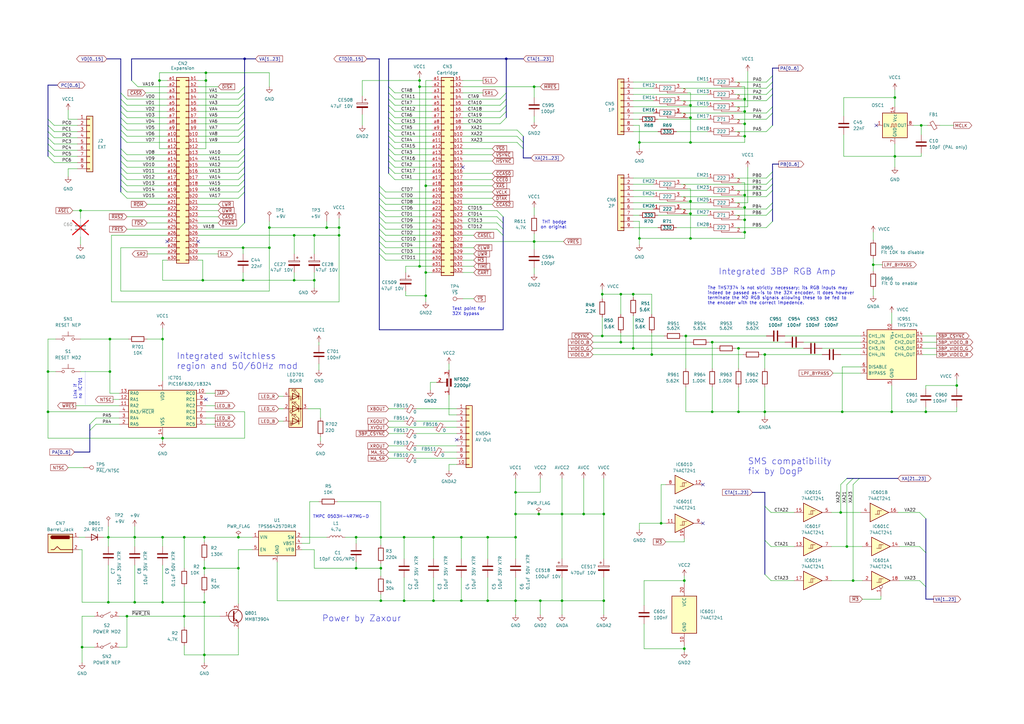
<source format=kicad_sch>
(kicad_sch (version 20250114) (generator "eeschema") (generator_version "9.0")
  (paper "A3")
  (title_block (title "Power, Connectors and Misc.") (date "2025-06-23") (rev "1.5") (company "By Cosam") (comment 1 "Neptune"))
  (rectangle (start 34.925 152.4) (end 34.925 166.37) (stroke (width 0) (type dot)))
  (text "TMPC 0503H-4R7MG-D" (at 128.27 212.725 0) (effects (font (size 1.27 1.27)) (justify left bottom)))
  (text "Power by Zaxour" (at 132.08 255.27 0) (effects (font (size 2.54 2.54)) (justify left bottom)))
  (text "THT bodge\non original" (at 232.41 93.98 0) (effects (font (size 1.27 1.27)) (justify right bottom)))
  (text "Test point for\n32X bypass" (at 185.42 129.54 0) (effects (font (size 1.27 1.27)) (justify left bottom)))
  (text "SMS compatibility\nfix by DogP" (at 306.705 194.945 0) (effects (font (size 2.54 2.54)) (justify left bottom)))
  (text "Link if\nno IC701" (at 33.655 163.83 90) (effects (font (size 1.27 1.27)) (justify left bottom)))
  (text "Integrated switchless\nregion and 50/60Hz mod" (at 72.39 151.765 0) (effects (font (size 2.54 2.54)) (justify left bottom)))
  (text "Integrated 3BP RGB Amp" (at 294.64 113.03 0) (effects (font (size 2.54 2.54)) (justify left bottom)))
  (text "The THS7374 is not strictly necessary; its RGB inputs may\nindeed be passed as-is to the 32X encoder. It does however\nterminate the MD RGB signals allowing these to be fed to\nthe encoder with the correct impedence." (at 290.195 125.095 0) (effects (font (size 1.27 1.27)) (justify left bottom)))
  (junction (at 305.435 55.88))
  (junction (at 19.685 168.91))
  (junction (at 283.21 43.18))
  (junction (at 66.675 139.065))
  (junction (at 207.645 24.13))
  (junction (at 271.145 214.63))
  (junction (at 262.255 97.79))
  (junction (at 75.565 252.73))
  (junction (at 305.435 45.72))
  (junction (at 83.82 233.045))
  (junction (at 379.73 168.91))
  (junction (at 367.03 40.005))
  (junction (at 221.615 246.38))
  (junction (at 146.05 220.345))
  (junction (at 99.695 101.6))
  (junction (at 247.65 246.38))
  (junction (at 83.82 247.015))
  (junction (at 280.67 238.125))
  (junction (at 283.21 48.26))
  (junction (at 83.185 114.935))
  (junction (at 174.625 111.76))
  (junction (at 239.395 210.82))
  (junction (at 133.985 93.345))
  (junction (at 110.49 101.6))
  (junction (at 392.43 158.115))
  (junction (at 174.625 76.2))
  (junction (at 156.21 220.345))
  (junction (at 219.075 35.56))
  (junction (at 305.435 80.01))
  (junction (at 33.655 265.43))
  (junction (at 44.45 220.345))
  (junction (at 139.065 96.52))
  (junction (at 247.65 210.82))
  (junction (at 146.05 233.045))
  (junction (at 75.565 220.345))
  (junction (at 100.33 24.13))
  (junction (at 267.335 145.415))
  (junction (at 97.79 220.345))
  (junction (at 367.03 64.135))
  (junction (at 189.23 220.345))
  (junction (at 110.49 93.345))
  (junction (at 45.085 139.065))
  (junction (at 305.435 40.64))
  (junction (at 259.715 120.65))
  (junction (at 211.455 201.93))
  (junction (at 97.79 233.045))
  (junction (at 156.21 233.045))
  (junction (at 259.715 142.875))
  (junction (at 172.085 109.22))
  (junction (at 230.505 210.82))
  (junction (at 99.695 114.935))
  (junction (at 139.065 93.345))
  (junction (at 165.735 246.38))
  (junction (at 344.805 210.185))
  (junction (at 174.625 121.285))
  (junction (at 247.015 137.795))
  (junction (at 45.085 152.4))
  (junction (at 84.455 29.845))
  (junction (at 365.76 168.91))
  (junction (at 220.98 210.82))
  (junction (at 156.21 246.38))
  (junction (at 230.505 246.38))
  (junction (at 283.21 58.42))
  (junction (at 120.65 96.52))
  (junction (at 305.435 85.09))
  (junction (at 165.735 220.345))
  (junction (at 55.245 220.345))
  (junction (at 55.245 247.015))
  (junction (at 177.8 246.38))
  (junction (at 200.025 246.38))
  (junction (at 247.015 120.65))
  (junction (at 128.905 96.52))
  (junction (at 305.435 50.8))
  (junction (at 254.635 120.65))
  (junction (at 66.675 179.705))
  (junction (at 305.435 90.17))
  (junction (at 283.21 82.55))
  (junction (at 66.675 220.345))
  (junction (at 302.895 142.875))
  (junction (at 281.305 137.795))
  (junction (at 305.435 95.25))
  (junction (at 313.69 145.415))
  (junction (at 283.21 87.63))
  (junction (at 292.1 168.91))
  (junction (at 66.675 247.015))
  (junction (at 254.635 140.335))
  (junction (at 177.8 220.345))
  (junction (at 189.23 246.38))
  (junction (at 44.45 247.015))
  (junction (at 262.255 58.42))
  (junction (at 83.82 268.605))
  (junction (at 52.07 252.73))
  (junction (at 211.455 220.345))
  (junction (at 283.21 97.79))
  (junction (at 292.1 140.335))
  (junction (at 377.825 51.435))
  (junction (at 349.885 238.125))
  (junction (at 345.44 168.91))
  (junction (at 33.02 86.36))
  (junction (at 302.895 168.91))
  (junction (at 219.075 99.06))
  (junction (at 19.685 152.4))
  (junction (at 83.82 220.345))
  (junction (at 128.905 114.935))
  (junction (at 172.085 35.56))
  (junction (at 200.025 220.345))
  (junction (at 120.65 114.935))
  (junction (at 347.345 224.155))
  (junction (at 313.69 168.91))
  (junction (at 172.085 33.02))
  (junction (at 280.67 266.065))
  (junction (at 211.455 210.82))
  (junction (at 211.455 246.38))
  (junction (at 65.405 33.02))
  (junction (at 84.455 33.02))
  (junction (at 358.14 108.585))
  (no_connect (at 359.41 51.435))
  (no_connect (at 187.325 180.34))
  (no_connect (at 68.58 99.06))
  (no_connect (at 81.28 99.06))
  (no_connect (at 189.865 68.58))
  (no_connect (at 84.455 163.83))
  (no_connect (at 288.29 198.755))
  (no_connect (at 288.29 214.63))
  (bus_entry (at 316.865 90.805) (size -2.54 2.54))
  (bus_entry (at 97.79 40.64) (size 2.54 -2.54))
  (bus_entry (at 19.685 51.435) (size 2.54 2.54))
  (bus_entry (at 49.53 38.1) (size 2.54 2.54))
  (bus_entry (at 203.835 91.44) (size 2.54 2.54))
  (bus_entry (at 316.23 210.185) (size -2.54 -2.54))
  (bus_entry (at 344.805 198.755) (size 2.54 -2.54))
  (bus_entry (at 316.865 51.435) (size -2.54 2.54))
  (bus_entry (at 158.115 106.68) (size -2.54 -2.54))
  (bus_entry (at 161.925 53.34) (size -2.54 -2.54))
  (bus_entry (at 316.865 43.815) (size -2.54 2.54))
  (bus_entry (at 205.105 40.64) (size 2.54 -2.54))
  (bus_entry (at 161.925 50.8) (size -2.54 -2.54))
  (bus_entry (at 205.105 50.8) (size 2.54 -2.54))
  (bus_entry (at 49.53 66.04) (size 2.54 2.54))
  (bus_entry (at 161.925 60.96) (size -2.54 -2.54))
  (bus_entry (at 49.53 40.64) (size 2.54 2.54))
  (bus_entry (at 316.865 73.025) (size -2.54 2.54))
  (bus_entry (at 49.53 76.2) (size 2.54 2.54))
  (bus_entry (at 161.925 45.72) (size -2.54 -2.54))
  (bus_entry (at 158.115 104.14) (size -2.54 -2.54))
  (bus_entry (at 161.925 66.04) (size -2.54 -2.54))
  (bus_entry (at 97.79 76.2) (size 2.54 -2.54))
  (bus_entry (at 97.79 38.1) (size 2.54 -2.54))
  (bus_entry (at 97.79 66.04) (size 2.54 -2.54))
  (bus_entry (at 377.19 238.125) (size 2.54 2.54))
  (bus_entry (at 161.925 63.5) (size -2.54 -2.54))
  (bus_entry (at 158.115 86.36) (size -2.54 -2.54))
  (bus_entry (at 377.19 210.185) (size 2.54 2.54))
  (bus_entry (at 19.685 61.595) (size 2.54 2.54))
  (bus_entry (at 97.79 81.28) (size 2.54 -2.54))
  (bus_entry (at 349.885 198.755) (size 2.54 -2.54))
  (bus_entry (at 203.835 93.98) (size 2.54 2.54))
  (bus_entry (at 97.79 78.74) (size 2.54 -2.54))
  (bus_entry (at 158.115 93.98) (size -2.54 -2.54))
  (bus_entry (at 49.53 43.18) (size 2.54 2.54))
  (bus_entry (at 161.925 73.66) (size -2.54 -2.54))
  (bus_entry (at 316.865 31.115) (size -2.54 2.54))
  (bus_entry (at 97.79 68.58) (size 2.54 -2.54))
  (bus_entry (at 49.53 78.74) (size 2.54 2.54))
  (bus_entry (at 212.09 58.42) (size 2.54 2.54))
  (bus_entry (at 161.925 58.42) (size -2.54 -2.54))
  (bus_entry (at 158.115 83.82) (size -2.54 -2.54))
  (bus_entry (at 316.865 46.355) (size -2.54 2.54))
  (bus_entry (at 158.115 81.28) (size -2.54 -2.54))
  (bus_entry (at 19.685 59.055) (size 2.54 2.54))
  (bus_entry (at 377.19 224.155) (size 2.54 2.54))
  (bus_entry (at 97.79 45.72) (size 2.54 -2.54))
  (bus_entry (at 316.865 83.185) (size -2.54 2.54))
  (bus_entry (at 49.53 73.66) (size 2.54 2.54))
  (bus_entry (at 49.53 60.96) (size 2.54 2.54))
  (bus_entry (at 316.865 36.195) (size -2.54 2.54))
  (bus_entry (at 161.925 48.26) (size -2.54 -2.54))
  (bus_entry (at 97.79 63.5) (size 2.54 -2.54))
  (bus_entry (at 158.115 99.06) (size -2.54 -2.54))
  (bus_entry (at 316.23 224.155) (size -2.54 -2.54))
  (bus_entry (at 36.83 176.53) (size 2.54 -2.54))
  (bus_entry (at 19.685 48.895) (size 2.54 2.54))
  (bus_entry (at 316.865 78.105) (size -2.54 2.54))
  (bus_entry (at 161.925 68.58) (size -2.54 -2.54))
  (bus_entry (at 36.83 173.99) (size 2.54 -2.54))
  (bus_entry (at 56.515 35.56) (size -2.54 -2.54))
  (bus_entry (at 161.925 71.12) (size -2.54 -2.54))
  (bus_entry (at 203.835 86.36) (size 2.54 2.54))
  (bus_entry (at 97.79 73.66) (size 2.54 -2.54))
  (bus_entry (at 316.23 238.125) (size -2.54 -2.54))
  (bus_entry (at 205.105 45.72) (size 2.54 -2.54))
  (bus_entry (at 158.115 78.74) (size -2.54 -2.54))
  (bus_entry (at 49.53 45.72) (size 2.54 2.54))
  (bus_entry (at 212.09 55.88) (size 2.54 2.54))
  (bus_entry (at 97.79 71.12) (size 2.54 -2.54))
  (bus_entry (at 19.685 56.515) (size 2.54 2.54))
  (bus_entry (at 316.865 75.565) (size -2.54 2.54))
  (bus_entry (at 49.53 50.8) (size 2.54 2.54))
  (bus_entry (at 97.79 58.42) (size 2.54 -2.54))
  (bus_entry (at 19.685 53.975) (size 2.54 2.54))
  (bus_entry (at 158.115 101.6) (size -2.54 -2.54))
  (bus_entry (at 49.53 48.26) (size 2.54 2.54))
  (bus_entry (at 97.79 43.18) (size 2.54 -2.54))
  (bus_entry (at 49.53 68.58) (size 2.54 2.54))
  (bus_entry (at 97.79 93.98) (size 2.54 -2.54))
  (bus_entry (at 205.105 43.18) (size 2.54 -2.54))
  (bus_entry (at 161.925 43.18) (size -2.54 -2.54))
  (bus_entry (at 316.865 38.735) (size -2.54 2.54))
  (bus_entry (at 205.105 48.26) (size 2.54 -2.54))
  (bus_entry (at 158.115 96.52) (size -2.54 -2.54))
  (bus_entry (at 316.865 85.725) (size -2.54 2.54))
  (bus_entry (at 97.79 48.26) (size 2.54 -2.54))
  (bus_entry (at 158.115 88.9) (size -2.54 -2.54))
  (bus_entry (at 49.53 55.88) (size 2.54 2.54))
  (bus_entry (at 49.53 53.34) (size 2.54 2.54))
  (bus_entry (at 49.53 63.5) (size 2.54 2.54))
  (bus_entry (at 97.79 50.8) (size 2.54 -2.54))
  (bus_entry (at 19.685 64.135) (size 2.54 2.54))
  (bus_entry (at 203.835 88.9) (size 2.54 2.54))
  (bus_entry (at 212.09 53.34) (size 2.54 2.54))
  (bus_entry (at 347.345 198.755) (size 2.54 -2.54))
  (bus_entry (at 316.865 70.485) (size -2.54 2.54))
  (bus_entry (at 97.79 53.34) (size 2.54 -2.54))
  (bus_entry (at 161.925 38.1) (size -2.54 -2.54))
  (bus_entry (at 49.53 71.12) (size 2.54 2.54))
  (bus_entry (at 158.115 91.44) (size -2.54 -2.54))
  (bus_entry (at 316.865 33.655) (size -2.54 2.54))
  (bus_entry (at 161.925 40.64) (size -2.54 -2.54))
  (bus_entry (at 161.925 55.88) (size -2.54 -2.54))
  (bus_entry (at 97.79 55.88) (size 2.54 -2.54))
  (wire (pts (xy 66.675 134.62) (xy 66.675 139.065)))
  (wire (pts (xy 283.21 48.26) (xy 283.21 58.42)))
  (bus (pts (xy 159.385 63.5) (xy 159.385 60.96)))
  (wire (pts (xy 170.815 172.72) (xy 187.325 172.72)))
  (wire (pts (xy 148.59 33.02) (xy 148.59 39.37)))
  (wire (pts (xy 280.67 264.795) (xy 280.67 266.065)))
  (wire (pts (xy 281.94 77.47) (xy 283.21 77.47)))
  (wire (pts (xy 305.435 50.8) (xy 305.435 45.72)))
  (wire (pts (xy 172.085 35.56) (xy 172.085 33.02)))
  (wire (pts (xy 290.195 33.655) (xy 259.715 33.655)))
  (wire (pts (xy 159.385 185.42) (xy 177.165 185.42)))
  (wire (pts (xy 267.335 136.525) (xy 267.335 145.415)))
  (wire (pts (xy 283.21 43.18) (xy 281.94 43.18)))
  (wire (pts (xy 128.905 111.76) (xy 128.905 114.935)))
  (wire (pts (xy 161.925 48.26) (xy 177.165 48.26)))
  (wire (pts (xy 174.625 111.76) (xy 177.165 111.76)))
  (wire (pts (xy 219.075 35.56) (xy 221.615 35.56)))
  (wire (pts (xy 312.42 145.415) (xy 313.69 145.415)))
  (wire (pts (xy 81.28 86.36) (xy 89.535 86.36)))
  (wire (pts (xy 189.865 66.04) (xy 201.93 66.04)))
  (wire (pts (xy 174.625 76.2) (xy 177.165 76.2)))
  (wire (pts (xy 211.455 246.38) (xy 211.455 252.095)))
  (wire (pts (xy 345.44 150.495) (xy 345.44 168.91)))
  (wire (pts (xy 128.905 225.425) (xy 128.905 233.045)))
  (wire (pts (xy 99.695 101.6) (xy 110.49 101.6)))
  (wire (pts (xy 99.695 114.935) (xy 99.695 111.76)))
  (wire (pts (xy 68.58 101.6) (xy 49.53 101.6)))
  (wire (pts (xy 219.075 99.06) (xy 219.075 102.235)))
  (wire (pts (xy 83.82 229.87) (xy 83.82 233.045)))
  (wire (pts (xy 158.115 91.44) (xy 177.165 91.44)))
  (wire (pts (xy 200.025 229.235) (xy 200.025 220.345)))
  (wire (pts (xy 189.23 246.38) (xy 177.8 246.38)))
  (wire (pts (xy 83.82 233.045) (xy 97.79 233.045)))
  (wire (pts (xy 172.085 33.02) (xy 172.085 31.75)))
  (wire (pts (xy 259.715 51.435) (xy 262.255 51.435)))
  (wire (pts (xy 66.675 220.345) (xy 75.565 220.345)))
  (wire (pts (xy 189.865 101.6) (xy 194.31 101.6)))
  (wire (pts (xy 52.07 58.42) (xy 68.58 58.42)))
  (wire (pts (xy 247.65 196.215) (xy 247.65 210.82)))
  (wire (pts (xy 273.05 222.25) (xy 280.67 222.25)))
  (wire (pts (xy 189.865 99.06) (xy 219.075 99.06)))
  (wire (pts (xy 177.165 33.02) (xy 174.625 33.02)))
  (wire (pts (xy 314.325 78.105) (xy 301.625 78.105)))
  (wire (pts (xy 55.245 215.9) (xy 55.245 220.345)))
  (wire (pts (xy 139.065 93.345) (xy 139.065 96.52)))
  (wire (pts (xy 33.02 139.065) (xy 45.085 139.065)))
  (wire (pts (xy 103.505 225.425) (xy 97.79 225.425)))
  (wire (pts (xy 358.14 118.745) (xy 358.14 121.285)))
  (bus (pts (xy 207.645 24.13) (xy 159.385 24.13)))
  (wire (pts (xy 52.07 252.73) (xy 75.565 252.73)))
  (wire (pts (xy 219.075 109.855) (xy 219.075 112.395)))
  (wire (pts (xy 349.885 238.125) (xy 353.695 238.125)))
  (wire (pts (xy 184.15 149.225) (xy 184.15 151.765)))
  (wire (pts (xy 358.14 95.25) (xy 358.14 98.425)))
  (bus (pts (xy 155.575 78.74) (xy 155.575 81.28)))
  (wire (pts (xy 44.45 215.9) (xy 44.45 220.345)))
  (wire (pts (xy 179.07 156.845) (xy 176.53 156.845)))
  (wire (pts (xy 305.435 95.25) (xy 304.165 95.25)))
  (bus (pts (xy 316.865 75.565) (xy 316.865 78.105)))
  (wire (pts (xy 313.69 158.75) (xy 313.69 168.91)))
  (wire (pts (xy 189.865 58.42) (xy 212.09 58.42)))
  (wire (pts (xy 158.115 106.68) (xy 177.165 106.68)))
  (bus (pts (xy 100.33 66.04) (xy 100.33 63.5)))
  (wire (pts (xy 379.73 167.005) (xy 379.73 168.91)))
  (wire (pts (xy 259.715 120.65) (xy 259.715 121.92)))
  (wire (pts (xy 172.085 33.02) (xy 148.59 33.02)))
  (wire (pts (xy 247.015 137.795) (xy 272.415 137.795)))
  (wire (pts (xy 264.16 248.285) (xy 264.16 238.125)))
  (bus (pts (xy 316.865 46.355) (xy 316.865 51.435)))
  (wire (pts (xy 290.195 73.025) (xy 259.715 73.025)))
  (wire (pts (xy 262.255 217.17) (xy 262.255 214.63)))
  (wire (pts (xy 170.815 167.64) (xy 187.325 167.64)))
  (wire (pts (xy 161.925 66.04) (xy 177.165 66.04)))
  (bus (pts (xy 100.33 60.96) (xy 100.33 63.5)))
  (wire (pts (xy 165.735 246.38) (xy 156.21 246.38)))
  (wire (pts (xy 45.085 161.29) (xy 48.895 161.29)))
  (wire (pts (xy 302.895 168.91) (xy 302.895 158.75)))
  (wire (pts (xy 156.21 231.14) (xy 156.21 233.045)))
  (wire (pts (xy 230.505 246.38) (xy 230.505 252.095)))
  (bus (pts (xy 313.69 201.93) (xy 308.61 201.93)))
  (wire (pts (xy 158.115 101.6) (xy 177.165 101.6)))
  (bus (pts (xy 100.33 45.72) (xy 100.33 43.18)))
  (bus (pts (xy 49.53 73.66) (xy 49.53 71.12)))
  (bus (pts (xy 100.33 78.74) (xy 100.33 76.2)))
  (wire (pts (xy 66.675 231.775) (xy 66.675 247.015)))
  (wire (pts (xy 392.43 168.91) (xy 392.43 167.005)))
  (wire (pts (xy 368.935 224.155) (xy 377.19 224.155)))
  (wire (pts (xy 158.115 99.06) (xy 177.165 99.06)))
  (wire (pts (xy 189.865 60.96) (xy 201.93 60.96)))
  (wire (pts (xy 269.875 93.345) (xy 259.715 93.345)))
  (wire (pts (xy 161.925 40.64) (xy 177.165 40.64)))
  (wire (pts (xy 211.455 220.345) (xy 200.025 220.345)))
  (wire (pts (xy 259.715 142.875) (xy 294.005 142.875)))
  (wire (pts (xy 45.72 123.825) (xy 139.065 123.825)))
  (wire (pts (xy 305.435 45.72) (xy 304.165 45.72)))
  (wire (pts (xy 367.03 59.055) (xy 367.03 64.135)))
  (wire (pts (xy 280.67 238.125) (xy 280.67 239.395)))
  (wire (pts (xy 66.675 106.68) (xy 66.675 114.935)))
  (wire (pts (xy 189.865 104.14) (xy 194.31 104.14)))
  (wire (pts (xy 283.21 82.55) (xy 281.94 82.55)))
  (wire (pts (xy 55.245 220.345) (xy 66.675 220.345)))
  (wire (pts (xy 211.455 246.38) (xy 221.615 246.38)))
  (bus (pts (xy 49.53 60.96) (xy 49.53 63.5)))
  (wire (pts (xy 314.325 53.975) (xy 301.625 53.975)))
  (wire (pts (xy 305.435 50.8) (xy 304.165 50.8)))
  (wire (pts (xy 81.28 53.34) (xy 97.79 53.34)))
  (wire (pts (xy 177.165 35.56) (xy 172.085 35.56)))
  (wire (pts (xy 81.28 96.52) (xy 120.65 96.52)))
  (wire (pts (xy 84.455 29.845) (xy 110.49 29.845)))
  (wire (pts (xy 283.21 97.79) (xy 262.255 97.79)))
  (bus (pts (xy 49.53 68.58) (xy 49.53 66.04)))
  (wire (pts (xy 292.1 140.335) (xy 321.945 140.335)))
  (bus (pts (xy 19.685 34.925) (xy 23.495 34.925)))
  (wire (pts (xy 177.8 220.345) (xy 189.23 220.345)))
  (bus (pts (xy 155.575 96.52) (xy 155.575 93.98)))
  (wire (pts (xy 340.995 210.185) (xy 344.805 210.185)))
  (wire (pts (xy 290.195 88.265) (xy 269.875 88.265)))
  (wire (pts (xy 65.405 60.96) (xy 65.405 33.02)))
  (wire (pts (xy 84.455 29.845) (xy 65.405 29.845)))
  (wire (pts (xy 264.16 238.125) (xy 280.67 238.125)))
  (wire (pts (xy 211.455 201.93) (xy 211.455 196.215)))
  (wire (pts (xy 367.03 36.83) (xy 367.03 40.005)))
  (wire (pts (xy 305.435 74.93) (xy 305.435 80.01)))
  (wire (pts (xy 378.46 142.875) (xy 384.175 142.875)))
  (wire (pts (xy 166.37 121.285) (xy 174.625 121.285)))
  (wire (pts (xy 161.925 38.1) (xy 177.165 38.1)))
  (wire (pts (xy 247.65 246.38) (xy 247.65 252.095)))
  (wire (pts (xy 81.28 66.04) (xy 97.79 66.04)))
  (wire (pts (xy 262.255 90.805) (xy 262.255 97.79)))
  (wire (pts (xy 161.925 63.5) (xy 177.165 63.5)))
  (wire (pts (xy 280.67 222.25) (xy 280.67 220.98)))
  (bus (pts (xy 159.385 58.42) (xy 159.385 60.96)))
  (wire (pts (xy 146.05 220.345) (xy 146.05 222.885)))
  (wire (pts (xy 165.735 220.345) (xy 177.8 220.345)))
  (bus (pts (xy 36.83 185.42) (xy 30.48 185.42)))
  (wire (pts (xy 211.455 201.93) (xy 211.455 210.82)))
  (bus (pts (xy 159.385 53.34) (xy 159.385 50.8)))
  (wire (pts (xy 304.165 40.64) (xy 305.435 40.64)))
  (wire (pts (xy 52.07 43.18) (xy 68.58 43.18)))
  (bus (pts (xy 159.385 66.04) (xy 159.385 63.5)))
  (wire (pts (xy 60.325 91.44) (xy 68.58 91.44)))
  (wire (pts (xy 158.115 88.9) (xy 177.165 88.9)))
  (wire (pts (xy 221.615 246.38) (xy 230.505 246.38)))
  (wire (pts (xy 52.07 53.34) (xy 68.58 53.34)))
  (bus (pts (xy 159.385 58.42) (xy 159.385 55.88)))
  (wire (pts (xy 292.1 140.335) (xy 292.1 151.13)))
  (wire (pts (xy 97.79 225.425) (xy 97.79 233.045)))
  (bus (pts (xy 207.645 48.26) (xy 207.645 45.72)))
  (wire (pts (xy 52.07 93.98) (xy 68.58 93.98)))
  (wire (pts (xy 254.635 140.335) (xy 283.21 140.335)))
  (wire (pts (xy 305.435 40.64) (xy 305.435 45.72)))
  (wire (pts (xy 99.695 101.6) (xy 99.695 104.14)))
  (wire (pts (xy 184.15 170.18) (xy 187.325 170.18)))
  (wire (pts (xy 189.865 35.56) (xy 219.075 35.56)))
  (wire (pts (xy 33.02 86.36) (xy 33.02 89.535)))
  (wire (pts (xy 184.15 193.04) (xy 184.15 190.5)))
  (wire (pts (xy 283.21 58.42) (xy 305.435 58.42)))
  (wire (pts (xy 131.445 167.64) (xy 131.445 171.45)))
  (wire (pts (xy 267.97 75.565) (xy 259.715 75.565)))
  (wire (pts (xy 211.455 201.93) (xy 221.615 201.93)))
  (wire (pts (xy 247.015 130.175) (xy 247.015 137.795)))
  (wire (pts (xy 49.53 101.6) (xy 49.53 119.38)))
  (bus (pts (xy 49.53 76.2) (xy 49.53 73.66)))
  (wire (pts (xy 68.58 104.14) (xy 60.325 104.14)))
  (wire (pts (xy 158.115 81.28) (xy 177.165 81.28)))
  (wire (pts (xy 314.325 36.195) (xy 279.4 36.195)))
  (wire (pts (xy 161.925 60.96) (xy 177.165 60.96)))
  (bus (pts (xy 49.53 53.34) (xy 49.53 50.8)))
  (wire (pts (xy 230.505 196.215) (xy 230.505 210.82)))
  (wire (pts (xy 189.865 76.2) (xy 201.93 76.2)))
  (wire (pts (xy 110.49 90.805) (xy 110.49 93.345)))
  (wire (pts (xy 161.925 45.72) (xy 177.165 45.72)))
  (wire (pts (xy 97.79 233.045) (xy 97.79 247.65)))
  (bus (pts (xy 49.53 55.88) (xy 49.53 53.34)))
  (wire (pts (xy 301.625 43.815) (xy 306.705 43.815)))
  (wire (pts (xy 271.145 198.755) (xy 273.05 198.755)))
  (bus (pts (xy 19.685 51.435) (xy 19.685 48.895)))
  (wire (pts (xy 141.605 220.345) (xy 146.05 220.345)))
  (bus (pts (xy 206.375 96.52) (xy 206.375 93.98)))
  (wire (pts (xy 81.28 58.42) (xy 97.79 58.42)))
  (wire (pts (xy 22.225 66.675) (xy 31.75 66.675)))
  (bus (pts (xy 159.385 50.8) (xy 159.385 48.26)))
  (wire (pts (xy 130.81 205.74) (xy 127 205.74)))
  (bus (pts (xy 319.405 27.94) (xy 316.865 27.94)))
  (wire (pts (xy 131.445 179.07) (xy 131.445 180.975)))
  (wire (pts (xy 158.115 86.36) (xy 177.165 86.36)))
  (wire (pts (xy 211.455 229.235) (xy 211.455 220.345)))
  (wire (pts (xy 177.8 236.855) (xy 177.8 246.38)))
  (wire (pts (xy 48.895 265.43) (xy 52.07 265.43)))
  (wire (pts (xy 346.075 64.135) (xy 367.03 64.135)))
  (wire (pts (xy 128.905 114.935) (xy 128.905 118.11)))
  (wire (pts (xy 172.085 109.22) (xy 172.085 35.56)))
  (wire (pts (xy 68.58 106.68) (xy 66.675 106.68)))
  (wire (pts (xy 314.325 85.725) (xy 279.4 85.725)))
  (wire (pts (xy 313.69 168.91) (xy 313.69 170.815)))
  (wire (pts (xy 353.695 245.745) (xy 361.315 245.745)))
  (wire (pts (xy 264.16 255.905) (xy 264.16 266.065)))
  (wire (pts (xy 81.28 93.98) (xy 97.79 93.98)))
  (wire (pts (xy 259.715 129.54) (xy 259.715 142.875)))
  (wire (pts (xy 230.505 210.82) (xy 230.505 229.235)))
  (bus (pts (xy 207.645 38.1) (xy 207.645 24.13)))
  (wire (pts (xy 379.73 158.115) (xy 379.73 159.385)))
  (wire (pts (xy 314.325 93.345) (xy 301.625 93.345)))
  (wire (pts (xy 44.45 247.015) (xy 55.245 247.015)))
  (wire (pts (xy 114.3 162.56) (xy 116.205 162.56)))
  (wire (pts (xy 259.715 90.805) (xy 262.255 90.805)))
  (wire (pts (xy 267.335 128.905) (xy 267.335 120.65)))
  (wire (pts (xy 120.65 96.52) (xy 120.65 104.14)))
  (wire (pts (xy 33.655 265.43) (xy 38.735 265.43)))
  (wire (pts (xy 84.455 171.45) (xy 88.265 171.45)))
  (wire (pts (xy 219.075 85.09) (xy 219.075 88.265)))
  (wire (pts (xy 316.23 238.125) (xy 325.755 238.125)))
  (wire (pts (xy 165.735 236.855) (xy 165.735 246.38)))
  (wire (pts (xy 84.455 168.91) (xy 100.33 168.91)))
  (bus (pts (xy 159.385 24.13) (xy 159.385 35.56)))
  (wire (pts (xy 290.195 93.345) (xy 277.495 93.345)))
  (bus (pts (xy 100.33 53.34) (xy 100.33 50.8)))
  (wire (pts (xy 283.21 38.1) (xy 283.21 43.18)))
  (bus (pts (xy 207.645 45.72) (xy 207.645 43.18)))
  (wire (pts (xy 66.675 247.015) (xy 83.82 247.015)))
  (wire (pts (xy 19.685 152.4) (xy 19.685 168.91)))
  (wire (pts (xy 60.325 83.82) (xy 68.58 83.82)))
  (wire (pts (xy 230.505 236.855) (xy 230.505 246.38)))
  (wire (pts (xy 301.625 142.875) (xy 302.895 142.875)))
  (wire (pts (xy 314.325 75.565) (xy 279.4 75.565)))
  (wire (pts (xy 313.69 168.91) (xy 302.895 168.91)))
  (wire (pts (xy 84.455 60.96) (xy 84.455 33.02)))
  (wire (pts (xy 161.925 73.66) (xy 177.165 73.66)))
  (wire (pts (xy 172.085 109.22) (xy 166.37 109.22)))
  (wire (pts (xy 189.865 122.555) (xy 194.31 122.555)))
  (wire (pts (xy 306.705 83.185) (xy 306.705 68.58)))
  (wire (pts (xy 55.245 247.015) (xy 66.675 247.015)))
  (bus (pts (xy 155.575 99.06) (xy 155.575 96.52)))
  (wire (pts (xy 75.565 268.605) (xy 83.82 268.605)))
  (bus (pts (xy 155.575 99.06) (xy 155.575 101.6)))
  (bus (pts (xy 352.425 196.215) (xy 368.3 196.215)))
  (wire (pts (xy 344.805 198.755) (xy 344.805 210.185)))
  (bus (pts (xy 49.53 45.72) (xy 49.53 43.18)))
  (wire (pts (xy 283.21 43.18) (xy 283.21 48.26)))
  (wire (pts (xy 247.015 120.65) (xy 247.015 118.745)))
  (wire (pts (xy 81.28 38.1) (xy 97.79 38.1)))
  (wire (pts (xy 305.435 95.25) (xy 305.435 90.17)))
  (wire (pts (xy 189.865 48.26) (xy 205.105 48.26)))
  (wire (pts (xy 361.95 108.585) (xy 358.14 108.585)))
  (wire (pts (xy 219.075 99.06) (xy 231.14 99.06)))
  (wire (pts (xy 290.83 140.335) (xy 292.1 140.335)))
  (bus (pts (xy 159.385 35.56) (xy 159.385 38.1)))
  (wire (pts (xy 126.365 167.64) (xy 131.445 167.64)))
  (wire (pts (xy 290.195 53.975) (xy 277.495 53.975)))
  (bus (pts (xy 316.865 70.485) (xy 316.865 73.025)))
  (bus (pts (xy 214.63 58.42) (xy 214.63 60.96)))
  (wire (pts (xy 189.865 78.74) (xy 201.93 78.74)))
  (bus (pts (xy 155.575 93.98) (xy 155.575 91.44)))
  (wire (pts (xy 22.225 59.055) (xy 31.75 59.055)))
  (wire (pts (xy 99.695 114.935) (xy 120.65 114.935)))
  (wire (pts (xy 262.255 51.435) (xy 262.255 58.42)))
  (wire (pts (xy 81.28 45.72) (xy 97.79 45.72)))
  (wire (pts (xy 374.65 51.435) (xy 377.825 51.435)))
  (wire (pts (xy 161.925 68.58) (xy 177.165 68.58)))
  (wire (pts (xy 22.225 56.515) (xy 31.75 56.515)))
  (bus (pts (xy 100.33 73.66) (xy 100.33 71.12)))
  (wire (pts (xy 301.625 83.185) (xy 306.705 83.185)))
  (bus (pts (xy 313.69 221.615) (xy 313.69 207.645)))
  (wire (pts (xy 33.655 247.015) (xy 44.45 247.015)))
  (wire (pts (xy 189.865 91.44) (xy 203.835 91.44)))
  (bus (pts (xy 53.975 24.13) (xy 100.33 24.13)))
  (wire (pts (xy 377.825 62.865) (xy 377.825 64.135)))
  (wire (pts (xy 189.865 111.76) (xy 194.31 111.76)))
  (wire (pts (xy 267.335 120.65) (xy 259.715 120.65)))
  (wire (pts (xy 120.65 96.52) (xy 128.905 96.52)))
  (wire (pts (xy 81.28 91.44) (xy 89.535 91.44)))
  (wire (pts (xy 254.635 136.525) (xy 254.635 140.335)))
  (wire (pts (xy 66.675 179.705) (xy 100.33 179.705)))
  (wire (pts (xy 22.225 53.975) (xy 31.75 53.975)))
  (wire (pts (xy 378.46 140.335) (xy 384.175 140.335)))
  (wire (pts (xy 68.58 60.96) (xy 65.405 60.96)))
  (wire (pts (xy 344.805 210.185) (xy 353.06 210.185)))
  (wire (pts (xy 52.07 63.5) (xy 68.58 63.5)))
  (bus (pts (xy 49.53 66.04) (xy 49.53 63.5)))
  (wire (pts (xy 52.07 81.28) (xy 68.58 81.28)))
  (wire (pts (xy 123.825 225.425) (xy 128.905 225.425)))
  (wire (pts (xy 189.865 53.34) (xy 212.09 53.34)))
  (wire (pts (xy 176.53 156.845) (xy 176.53 160.02)))
  (bus (pts (xy 53.975 33.02) (xy 53.975 24.13)))
  (wire (pts (xy 230.505 210.82) (xy 239.395 210.82)))
  (wire (pts (xy 340.995 224.155) (xy 347.345 224.155)))
  (wire (pts (xy 247.015 120.65) (xy 247.015 122.555)))
  (bus (pts (xy 347.345 196.215) (xy 349.885 196.215)))
  (wire (pts (xy 283.21 87.63) (xy 281.94 87.63)))
  (wire (pts (xy 267.97 85.725) (xy 259.715 85.725)))
  (bus (pts (xy 214.63 64.77) (xy 214.63 60.96)))
  (bus (pts (xy 316.865 36.195) (xy 316.865 38.735)))
  (wire (pts (xy 83.185 106.68) (xy 81.28 106.68)))
  (wire (pts (xy 314.325 33.655) (xy 301.625 33.655)))
  (wire (pts (xy 267.97 46.355) (xy 259.715 46.355)))
  (bus (pts (xy 316.865 67.31) (xy 316.865 70.485)))
  (wire (pts (xy 65.405 33.02) (xy 68.58 33.02)))
  (wire (pts (xy 49.53 119.38) (xy 110.49 119.38)))
  (bus (pts (xy 43.815 24.13) (xy 49.53 24.13)))
  (wire (pts (xy 305.435 35.56) (xy 305.435 40.64)))
  (bus (pts (xy 159.385 43.18) (xy 159.385 40.64)))
  (wire (pts (xy 52.07 48.26) (xy 68.58 48.26)))
  (wire (pts (xy 189.865 96.52) (xy 194.31 96.52)))
  (wire (pts (xy 283.21 77.47) (xy 283.21 82.55)))
  (wire (pts (xy 22.225 64.135) (xy 31.75 64.135)))
  (wire (pts (xy 97.79 268.605) (xy 83.82 268.605)))
  (wire (pts (xy 159.385 167.64) (xy 165.735 167.64)))
  (wire (pts (xy 305.435 90.17) (xy 304.165 90.17)))
  (bus (pts (xy 217.805 64.77) (xy 214.63 64.77)))
  (bus (pts (xy 49.53 48.26) (xy 49.53 45.72)))
  (wire (pts (xy 177.165 109.22) (xy 172.085 109.22)))
  (wire (pts (xy 314.325 41.275) (xy 279.4 41.275)))
  (wire (pts (xy 161.925 55.88) (xy 177.165 55.88)))
  (wire (pts (xy 254.635 120.65) (xy 259.715 120.65)))
  (wire (pts (xy 262.255 48.895) (xy 259.715 48.895)))
  (bus (pts (xy 104.775 24.13) (xy 100.33 24.13)))
  (bus (pts (xy 49.53 55.88) (xy 49.53 60.96)))
  (bus (pts (xy 49.53 43.18) (xy 49.53 40.64)))
  (wire (pts (xy 133.985 90.805) (xy 133.985 93.345)))
  (wire (pts (xy 367.03 64.135) (xy 367.03 68.58)))
  (wire (pts (xy 211.455 246.38) (xy 200.025 246.38)))
  (wire (pts (xy 189.865 86.36) (xy 203.835 86.36)))
  (wire (pts (xy 83.82 233.045) (xy 83.82 235.585)))
  (wire (pts (xy 100.33 179.705) (xy 100.33 168.91)))
  (wire (pts (xy 44.45 231.775) (xy 44.45 247.015)))
  (wire (pts (xy 165.735 229.235) (xy 165.735 220.345)))
  (wire (pts (xy 166.37 109.22) (xy 166.37 111.76)))
  (wire (pts (xy 22.225 51.435) (xy 31.75 51.435)))
  (wire (pts (xy 44.45 220.345) (xy 55.245 220.345)))
  (wire (pts (xy 19.685 139.065) (xy 22.86 139.065)))
  (wire (pts (xy 83.82 247.015) (xy 83.82 268.605)))
  (wire (pts (xy 75.565 264.795) (xy 75.565 268.605)))
  (wire (pts (xy 283.21 48.26) (xy 281.94 48.26)))
  (wire (pts (xy 68.58 96.52) (xy 45.72 96.52)))
  (wire (pts (xy 305.435 58.42) (xy 305.435 55.88)))
  (wire (pts (xy 59.69 38.1) (xy 68.58 38.1)))
  (wire (pts (xy 48.895 168.91) (xy 19.685 168.91)))
  (wire (pts (xy 219.075 35.56) (xy 219.075 40.005)))
  (wire (pts (xy 211.455 210.82) (xy 220.98 210.82)))
  (wire (pts (xy 159.385 177.8) (xy 165.735 177.8)))
  (wire (pts (xy 302.895 168.91) (xy 292.1 168.91)))
  (wire (pts (xy 52.07 55.88) (xy 68.58 55.88)))
  (wire (pts (xy 170.815 187.96) (xy 187.325 187.96)))
  (wire (pts (xy 45.085 152.4) (xy 45.085 161.29)))
  (wire (pts (xy 314.325 48.895) (xy 301.625 48.895)))
  (wire (pts (xy 346.075 40.005) (xy 367.03 40.005)))
  (wire (pts (xy 27.94 69.215) (xy 27.94 72.39)))
  (wire (pts (xy 27.94 45.085) (xy 27.94 48.895)))
  (wire (pts (xy 81.28 40.64) (xy 97.79 40.64)))
  (wire (pts (xy 262.255 97.79) (xy 262.255 100.33)))
  (bus (pts (xy 36.83 173.99) (xy 36.83 176.53)))
  (wire (pts (xy 84.455 161.29) (xy 88.265 161.29)))
  (wire (pts (xy 189.865 109.22) (xy 194.31 109.22)))
  (wire (pts (xy 200.025 246.38) (xy 189.23 246.38)))
  (wire (pts (xy 243.205 145.415) (xy 267.335 145.415)))
  (bus (pts (xy 379.73 245.745) (xy 382.905 245.745)))
  (wire (pts (xy 65.405 29.845) (xy 65.405 33.02)))
  (wire (pts (xy 52.07 88.9) (xy 68.58 88.9)))
  (wire (pts (xy 254.635 120.65) (xy 247.015 120.65)))
  (wire (pts (xy 177.8 220.345) (xy 177.8 229.235)))
  (wire (pts (xy 75.565 252.73) (xy 90.17 252.73)))
  (bus (pts (xy 49.53 50.8) (xy 49.53 48.26)))
  (bus (pts (xy 100.33 68.58) (xy 100.33 66.04)))
  (bus (pts (xy 49.53 40.64) (xy 49.53 38.1)))
  (wire (pts (xy 349.885 198.755) (xy 349.885 238.125)))
  (wire (pts (xy 52.07 68.58) (xy 68.58 68.58)))
  (wire (pts (xy 184.15 161.925) (xy 184.15 170.18)))
  (wire (pts (xy 377.825 51.435) (xy 380.365 51.435)))
  (wire (pts (xy 81.28 50.8) (xy 97.79 50.8)))
  (wire (pts (xy 243.205 137.795) (xy 247.015 137.795)))
  (bus (pts (xy 316.865 83.185) (xy 316.865 85.725)))
  (bus (pts (xy 207.645 40.64) (xy 207.645 43.18)))
  (wire (pts (xy 267.335 145.415) (xy 304.8 145.415)))
  (bus (pts (xy 316.865 78.105) (xy 316.865 83.185)))
  (wire (pts (xy 313.69 168.91) (xy 345.44 168.91)))
  (wire (pts (xy 280.67 236.22) (xy 280.67 238.125)))
  (wire (pts (xy 189.865 55.88) (xy 212.09 55.88)))
  (wire (pts (xy 75.565 252.73) (xy 75.565 257.175)))
  (wire (pts (xy 219.075 47.625) (xy 219.075 50.165)))
  (wire (pts (xy 368.935 238.125) (xy 377.19 238.125)))
  (wire (pts (xy 32.385 220.345) (xy 34.925 220.345)))
  (wire (pts (xy 314.325 88.265) (xy 301.625 88.265)))
  (wire (pts (xy 33.655 225.425) (xy 33.655 247.015)))
  (wire (pts (xy 33.655 265.43) (xy 33.655 252.73)))
  (bus (pts (xy 313.69 207.645) (xy 313.69 201.93)))
  (bus (pts (xy 155.575 86.36) (xy 155.575 83.82)))
  (wire (pts (xy 211.455 210.82) (xy 211.455 220.345)))
  (bus (pts (xy 19.685 59.055) (xy 19.685 56.515)))
  (wire (pts (xy 156.21 246.38) (xy 113.665 246.38)))
  (wire (pts (xy 290.195 83.185) (xy 259.715 83.185)))
  (wire (pts (xy 83.82 268.605) (xy 83.82 271.78)))
  (wire (pts (xy 128.905 233.045) (xy 146.05 233.045)))
  (wire (pts (xy 84.455 166.37) (xy 88.265 166.37)))
  (wire (pts (xy 166.37 119.38) (xy 166.37 121.285)))
  (wire (pts (xy 247.65 210.82) (xy 247.65 229.235)))
  (wire (pts (xy 189.865 38.1) (xy 198.12 38.1)))
  (wire (pts (xy 146.05 233.045) (xy 156.21 233.045)))
  (wire (pts (xy 367.03 64.135) (xy 377.825 64.135)))
  (wire (pts (xy 156.21 220.345) (xy 165.735 220.345)))
  (wire (pts (xy 353.06 150.495) (xy 345.44 150.495)))
  (wire (pts (xy 52.07 45.72) (xy 68.58 45.72)))
  (wire (pts (xy 45.72 96.52) (xy 45.72 123.825)))
  (wire (pts (xy 305.435 55.88) (xy 305.435 50.8)))
  (wire (pts (xy 211.455 236.855) (xy 211.455 246.38)))
  (wire (pts (xy 304.165 35.56) (xy 305.435 35.56)))
  (wire (pts (xy 367.03 40.005) (xy 367.03 43.815)))
  (wire (pts (xy 189.865 71.12) (xy 201.93 71.12)))
  (bus (pts (xy 316.865 85.725) (xy 316.865 90.805)))
  (wire (pts (xy 182.88 175.26) (xy 187.325 175.26)))
  (wire (pts (xy 114.3 172.72) (xy 116.205 172.72)))
  (bus (pts (xy 349.885 196.215) (xy 352.425 196.215)))
  (bus (pts (xy 319.405 67.31) (xy 316.865 67.31)))
  (wire (pts (xy 347.345 198.755) (xy 347.345 224.155)))
  (bus (pts (xy 100.33 35.56) (xy 100.33 38.1)))
  (wire (pts (xy 239.395 196.215) (xy 239.395 210.82)))
  (wire (pts (xy 139.065 89.535) (xy 139.065 93.345)))
  (wire (pts (xy 273.05 214.63) (xy 271.145 214.63)))
  (wire (pts (xy 33.655 271.78) (xy 33.655 265.43)))
  (wire (pts (xy 81.28 60.96) (xy 84.455 60.96)))
  (wire (pts (xy 120.65 114.935) (xy 120.65 111.76)))
  (wire (pts (xy 346.075 55.245) (xy 346.075 64.135)))
  (wire (pts (xy 314.325 46.355) (xy 279.4 46.355)))
  (wire (pts (xy 110.49 93.345) (xy 110.49 101.6)))
  (bus (pts (xy 207.645 38.1) (xy 207.645 40.64)))
  (wire (pts (xy 83.185 114.935) (xy 83.185 106.68)))
  (wire (pts (xy 290.195 38.735) (xy 259.715 38.735)))
  (wire (pts (xy 66.675 139.065) (xy 66.675 156.21)))
  (wire (pts (xy 378.46 145.415) (xy 384.175 145.415)))
  (bus (pts (xy 100.33 53.34) (xy 100.33 55.88)))
  (bus (pts (xy 206.375 96.52) (xy 206.375 135.255)))
  (wire (pts (xy 385.445 51.435) (xy 391.16 51.435)))
  (wire (pts (xy 31.115 166.37) (xy 48.895 166.37)))
  (wire (pts (xy 392.43 158.115) (xy 379.73 158.115)))
  (bus (pts (xy 316.865 43.815) (xy 316.865 46.355)))
  (wire (pts (xy 138.43 205.74) (xy 156.21 205.74)))
  (bus (pts (xy 313.69 235.585) (xy 313.69 221.615)))
  (wire (pts (xy 305.435 90.17) (xy 305.435 85.09)))
  (bus (pts (xy 36.83 176.53) (xy 36.83 185.42)))
  (wire (pts (xy 219.075 95.885) (xy 219.075 99.06)))
  (wire (pts (xy 110.49 29.845) (xy 110.49 35.56)))
  (wire (pts (xy 302.895 142.875) (xy 329.565 142.875)))
  (wire (pts (xy 347.345 224.155) (xy 353.695 224.155)))
  (bus (pts (xy 155.575 91.44) (xy 155.575 88.9)))
  (wire (pts (xy 314.325 73.025) (xy 301.625 73.025)))
  (wire (pts (xy 345.44 168.91) (xy 365.76 168.91)))
  (wire (pts (xy 84.455 33.02) (xy 84.455 29.845)))
  (bus (pts (xy 49.53 71.12) (xy 49.53 68.58)))
  (bus (pts (xy 159.385 45.72) (xy 159.385 43.18)))
  (wire (pts (xy 52.07 66.04) (xy 68.58 66.04)))
  (wire (pts (xy 358.14 108.585) (xy 358.14 111.125)))
  (bus (pts (xy 100.33 43.18) (xy 100.33 40.64)))
  (wire (pts (xy 158.115 83.82) (xy 177.165 83.82)))
  (wire (pts (xy 221.615 201.93) (xy 221.615 196.215)))
  (wire (pts (xy 81.28 68.58) (xy 97.79 68.58)))
  (wire (pts (xy 75.565 220.345) (xy 83.82 220.345)))
  (bus (pts (xy 150.495 24.13) (xy 155.575 24.13)))
  (wire (pts (xy 243.205 140.335) (xy 254.635 140.335)))
  (wire (pts (xy 33.02 97.155) (xy 33.02 100.33)))
  (bus (pts (xy 19.685 61.595) (xy 19.685 59.055)))
  (bus (pts (xy 155.575 76.2) (xy 155.575 78.74)))
  (bus (pts (xy 19.685 56.515) (xy 19.685 53.975)))
  (wire (pts (xy 314.325 38.735) (xy 301.625 38.735)))
  (wire (pts (xy 305.435 80.01) (xy 305.435 85.09)))
  (wire (pts (xy 314.325 80.645) (xy 279.4 80.645)))
  (wire (pts (xy 200.025 236.855) (xy 200.025 246.38)))
  (wire (pts (xy 83.82 220.345) (xy 83.82 222.25)))
  (wire (pts (xy 378.46 137.795) (xy 384.175 137.795)))
  (wire (pts (xy 302.895 142.875) (xy 302.895 151.13)))
  (wire (pts (xy 340.995 238.125) (xy 349.885 238.125)))
  (wire (pts (xy 97.79 257.81) (xy 97.79 268.605)))
  (bus (pts (xy 207.645 24.13) (xy 214.63 24.13)))
  (wire (pts (xy 346.075 47.625) (xy 346.075 40.005)))
  (bus (pts (xy 159.385 68.58) (xy 159.385 66.04)))
  (wire (pts (xy 281.305 168.91) (xy 292.1 168.91)))
  (wire (pts (xy 48.895 252.73) (xy 52.07 252.73)))
  (wire (pts (xy 267.97 41.275) (xy 259.715 41.275)))
  (wire (pts (xy 290.195 48.895) (xy 269.875 48.895)))
  (wire (pts (xy 189.865 43.18) (xy 205.105 43.18)))
  (wire (pts (xy 292.1 168.91) (xy 292.1 158.75)))
  (wire (pts (xy 161.925 71.12) (xy 177.165 71.12)))
  (wire (pts (xy 247.65 236.855) (xy 247.65 246.38)))
  (wire (pts (xy 329.565 140.335) (xy 353.06 140.335)))
  (wire (pts (xy 158.115 96.52) (xy 177.165 96.52)))
  (wire (pts (xy 29.845 86.36) (xy 33.02 86.36)))
  (wire (pts (xy 127 205.74) (xy 127 222.885)))
  (wire (pts (xy 130.81 140.335) (xy 130.81 141.605)))
  (bus (pts (xy 155.575 83.82) (xy 155.575 81.28)))
  (wire (pts (xy 174.625 33.02) (xy 174.625 76.2)))
  (wire (pts (xy 52.07 78.74) (xy 68.58 78.74)))
  (bus (pts (xy 159.385 71.12) (xy 159.385 68.58)))
  (wire (pts (xy 161.925 43.18) (xy 177.165 43.18)))
  (wire (pts (xy 83.185 114.935) (xy 99.695 114.935)))
  (wire (pts (xy 52.07 73.66) (xy 68.58 73.66)))
  (wire (pts (xy 170.815 177.8) (xy 187.325 177.8)))
  (wire (pts (xy 33.02 152.4) (xy 45.085 152.4)))
  (wire (pts (xy 281.305 137.795) (xy 281.305 151.13)))
  (wire (pts (xy 306.705 43.815) (xy 306.705 29.21)))
  (wire (pts (xy 56.515 35.56) (xy 68.58 35.56)))
  (wire (pts (xy 130.81 149.225) (xy 130.81 151.765)))
  (bus (pts (xy 316.865 31.115) (xy 316.865 33.655)))
  (wire (pts (xy 97.79 220.345) (xy 103.505 220.345)))
  (wire (pts (xy 158.115 104.14) (xy 177.165 104.14)))
  (wire (pts (xy 344.805 145.415) (xy 353.06 145.415)))
  (wire (pts (xy 220.98 210.82) (xy 230.505 210.82)))
  (wire (pts (xy 128.905 114.935) (xy 120.65 114.935)))
  (bus (pts (xy 100.33 50.8) (xy 100.33 48.26)))
  (wire (pts (xy 66.675 179.07) (xy 66.675 179.705)))
  (wire (pts (xy 156.21 243.84) (xy 156.21 246.38)))
  (wire (pts (xy 22.225 61.595) (xy 31.75 61.595)))
  (bus (pts (xy 19.685 53.975) (xy 19.685 51.435)))
  (wire (pts (xy 316.23 210.185) (xy 325.755 210.185)))
  (wire (pts (xy 290.195 78.105) (xy 259.715 78.105)))
  (wire (pts (xy 361.315 245.745) (xy 361.315 244.475)))
  (wire (pts (xy 19.685 152.4) (xy 19.685 139.065)))
  (wire (pts (xy 148.59 46.99) (xy 148.59 51.435)))
  (wire (pts (xy 283.21 97.79) (xy 305.435 97.79)))
  (wire (pts (xy 75.565 240.665) (xy 75.565 252.73)))
  (wire (pts (xy 262.255 88.265) (xy 259.715 88.265)))
  (bus (pts (xy 316.865 27.94) (xy 316.865 31.115)))
  (wire (pts (xy 377.825 51.435) (xy 377.825 55.245)))
  (bus (pts (xy 206.375 88.9) (xy 206.375 91.44)))
  (wire (pts (xy 174.625 121.285) (xy 174.625 123.825)))
  (wire (pts (xy 39.37 173.99) (xy 48.895 173.99)))
  (wire (pts (xy 81.28 104.14) (xy 89.535 104.14)))
  (wire (pts (xy 184.15 190.5) (xy 187.325 190.5)))
  (wire (pts (xy 304.165 74.93) (xy 305.435 74.93)))
  (wire (pts (xy 283.21 87.63) (xy 283.21 97.79)))
  (wire (pts (xy 66.675 179.705) (xy 66.675 180.975)))
  (wire (pts (xy 239.395 210.82) (xy 247.65 210.82)))
  (wire (pts (xy 341.63 153.035) (xy 353.06 153.035)))
  (bus (pts (xy 379.73 212.725) (xy 379.73 226.695)))
  (wire (pts (xy 45.085 139.065) (xy 45.085 152.4)))
  (wire (pts (xy 158.115 78.74) (xy 177.165 78.74)))
  (wire (pts (xy 156.21 233.045) (xy 156.21 236.22)))
  (bus (pts (xy 316.865 33.655) (xy 316.865 36.195)))
  (wire (pts (xy 81.28 55.88) (xy 97.79 55.88)))
  (wire (pts (xy 81.28 83.82) (xy 89.535 83.82)))
  (wire (pts (xy 392.43 155.575) (xy 392.43 158.115)))
  (wire (pts (xy 379.73 168.91) (xy 392.43 168.91)))
  (wire (pts (xy 161.925 58.42) (xy 177.165 58.42)))
  (wire (pts (xy 174.625 111.76) (xy 174.625 121.285)))
  (wire (pts (xy 81.28 48.26) (xy 97.79 48.26)))
  (wire (pts (xy 189.23 236.855) (xy 189.23 246.38)))
  (wire (pts (xy 159.385 175.26) (xy 177.8 175.26)))
  (wire (pts (xy 189.865 45.72) (xy 205.105 45.72)))
  (wire (pts (xy 39.37 171.45) (xy 48.895 171.45)))
  (wire (pts (xy 267.97 80.645) (xy 259.715 80.645)))
  (wire (pts (xy 189.865 33.02) (xy 198.12 33.02)))
  (wire (pts (xy 46.355 163.83) (xy 48.895 163.83)))
  (wire (pts (xy 55.245 220.345) (xy 55.245 224.155)))
  (wire (pts (xy 81.28 88.9) (xy 89.535 88.9)))
  (wire (pts (xy 189.865 40.64) (xy 205.105 40.64)))
  (bus (pts (xy 49.53 78.74) (xy 49.53 76.2)))
  (wire (pts (xy 159.385 182.88) (xy 165.735 182.88)))
  (wire (pts (xy 146.05 220.345) (xy 156.21 220.345)))
  (wire (pts (xy 81.28 76.2) (xy 97.79 76.2)))
  (bus (pts (xy 100.33 71.12) (xy 100.33 68.58)))
  (wire (pts (xy 337.185 142.875) (xy 353.06 142.875)))
  (wire (pts (xy 52.07 76.2) (xy 68.58 76.2)))
  (wire (pts (xy 365.76 168.91) (xy 365.76 158.115)))
  (wire (pts (xy 133.985 93.345) (xy 139.065 93.345)))
  (wire (pts (xy 81.28 63.5) (xy 97.79 63.5)))
  (wire (pts (xy 280.035 137.795) (xy 281.305 137.795)))
  (wire (pts (xy 321.945 137.795) (xy 353.06 137.795)))
  (bus (pts (xy 100.33 55.88) (xy 100.33 60.96)))
  (wire (pts (xy 110.49 93.345) (xy 133.985 93.345)))
  (bus (pts (xy 100.33 40.64) (xy 100.33 38.1)))
  (wire (pts (xy 81.28 71.12) (xy 97.79 71.12)))
  (wire (pts (xy 161.925 53.34) (xy 177.165 53.34)))
  (wire (pts (xy 283.21 82.55) (xy 283.21 87.63)))
  (wire (pts (xy 170.815 182.88) (xy 187.325 182.88)))
  (wire (pts (xy 264.16 266.065) (xy 280.67 266.065)))
  (wire (pts (xy 262.255 58.42) (xy 262.255 60.96)))
  (bus (pts (xy 159.385 48.26) (xy 159.385 45.72)))
  (bus (pts (xy 100.33 48.26) (xy 100.33 45.72)))
  (wire (pts (xy 304.165 80.01) (xy 305.435 80.01)))
  (wire (pts (xy 66.675 114.935) (xy 83.185 114.935)))
  (wire (pts (xy 52.07 50.8) (xy 68.58 50.8)))
  (wire (pts (xy 52.07 265.43) (xy 52.07 252.73)))
  (wire (pts (xy 368.3 210.185) (xy 377.19 210.185)))
  (wire (pts (xy 305.435 85.09) (xy 304.165 85.09)))
  (wire (pts (xy 290.195 43.815) (xy 259.715 43.815)))
  (wire (pts (xy 189.865 88.9) (xy 203.835 88.9)))
  (wire (pts (xy 84.455 173.99) (xy 88.265 173.99)))
  (bus (pts (xy 159.385 38.1) (xy 159.385 40.64)))
  (wire (pts (xy 27.94 48.895) (xy 31.75 48.895)))
  (bus (pts (xy 155.575 24.13) (xy 155.575 76.2)))
  (bus (pts (xy 155.575 101.6) (xy 155.575 104.14)))
  (bus (pts (xy 206.375 93.98) (xy 206.375 91.44)))
  (wire (pts (xy 139.065 96.52) (xy 139.065 123.825)))
  (wire (pts (xy 305.435 97.79) (xy 305.435 95.25)))
  (wire (pts (xy 221.615 246.38) (xy 221.615 252.095)))
  (bus (pts (xy 379.73 240.665) (xy 379.73 245.745)))
  (wire (pts (xy 271.145 214.63) (xy 271.145 198.755)))
  (bus (pts (xy 379.73 226.695) (xy 379.73 240.665)))
  (wire (pts (xy 81.28 81.28) (xy 97.79 81.28)))
  (wire (pts (xy 127 222.885) (xy 123.825 222.885)))
  (wire (pts (xy 81.28 35.56) (xy 89.535 35.56)))
  (wire (pts (xy 177.8 246.38) (xy 165.735 246.38)))
  (wire (pts (xy 114.3 167.64) (xy 116.205 167.64)))
  (bus (pts (xy 316.865 38.735) (xy 316.865 43.815)))
  (wire (pts (xy 267.97 36.195) (xy 259.715 36.195)))
  (wire (pts (xy 156.21 220.345) (xy 156.21 223.52)))
  (wire (pts (xy 19.685 168.91) (xy 19.685 179.705)))
  (wire (pts (xy 52.07 71.12) (xy 68.58 71.12)))
  (wire (pts (xy 81.28 73.66) (xy 97.79 73.66)))
  (wire (pts (xy 254.635 120.65) (xy 254.635 128.905)))
  (wire (pts (xy 159.385 187.96) (xy 165.735 187.96)))
  (wire (pts (xy 123.825 220.345) (xy 133.985 220.345)))
  (bus (pts (xy 100.33 24.13) (xy 100.33 35.56)))
  (wire (pts (xy 281.305 137.795) (xy 314.325 137.795)))
  (wire (pts (xy 22.86 152.4) (xy 19.685 152.4)))
  (wire (pts (xy 243.205 142.875) (xy 259.715 142.875)))
  (wire (pts (xy 280.67 266.065) (xy 280.67 267.335)))
  (wire (pts (xy 45.085 139.065) (xy 52.705 139.065)))
  (wire (pts (xy 128.905 96.52) (xy 128.905 104.14)))
  (wire (pts (xy 33.02 86.36) (xy 68.58 86.36)))
  (wire (pts (xy 262.255 214.63) (xy 271.145 214.63)))
  (wire (pts (xy 281.305 158.75) (xy 281.305 168.91)))
  (wire (pts (xy 316.23 224.155) (xy 325.755 224.155)))
  (wire (pts (xy 305.435 55.88) (xy 304.165 55.88)))
  (wire (pts (xy 269.875 53.975) (xy 259.715 53.975)))
  (bus (pts (xy 49.53 38.1) (xy 49.53 24.13)))
  (wire (pts (xy 358.14 108.585) (xy 358.14 106.045)))
  (wire (pts (xy 146.05 230.505) (xy 146.05 233.045)))
  (wire (pts (xy 174.625 76.2) (xy 174.625 111.76)))
  (bus (pts (xy 100.33 78.74) (xy 100.33 91.44)))
  (bus (pts (xy 206.375 135.255) (xy 155.575 135.255)))
  (wire (pts (xy 189.23 220.345) (xy 200.025 220.345)))
  (wire (pts (xy 189.865 93.98) (xy 203.835 93.98)))
  (wire (pts (xy 81.28 43.18) (xy 97.79 43.18)))
  (wire (pts (xy 158.115 93.98) (xy 177.165 93.98)))
  (wire (pts (xy 60.325 139.065) (xy 66.675 139.065)))
  (wire (pts (xy 189.865 81.28) (xy 201.93 81.28)))
  (wire (pts (xy 313.69 145.415) (xy 337.185 145.415)))
  (wire (pts (xy 66.675 220.345) (xy 66.675 224.155)))
  (wire (pts (xy 81.28 33.02) (xy 84.455 33.02)))
  (wire (pts (xy 128.905 96.52) (xy 139.065 96.52)))
  (wire (pts (xy 189.865 50.8) (xy 205.105 50.8)))
  (wire (pts (xy 19.685 179.705) (xy 66.675 179.705)))
  (wire (pts (xy 75.565 220.345) (xy 75.565 233.045)))
  (wire (pts (xy 313.69 145.415) (xy 313.69 151.13)))
  (wire (pts (xy 161.925 50.8) (xy 177.165 50.8)))
  (wire (pts (xy 81.28 101.6) (xy 99.695 101.6)))
  (wire (pts (xy 31.75 69.215) (xy 27.94 69.215)))
  (wire (pts (xy 113.665 230.505) (xy 113.665 246.38)))
  (wire (pts (xy 52.07 40.64) (xy 68.58 40.64)))
  (wire (pts (xy 42.545 220.345) (xy 44.45 220.345)))
  (wire (pts (xy 365.76 128.27) (xy 365.76 132.715)))
  (bus (pts (xy 316.865 73.025) (xy 316.865 75.565)))
  (wire (pts (xy 182.245 185.42) (xy 187.325 185.42)))
  (bus (pts (xy 155.575 135.255) (xy 155.575 104.14)))
  (wire (pts (xy 189.865 73.66) (xy 201.93 73.66)))
  (bus (pts (xy 19.685 64.135) (xy 19.685 61.595)))
  (wire (pts (xy 83.82 243.205) (xy 83.82 247.015)))
  (wire (pts (xy 83.82 220.345) (xy 97.79 220.345)))
  (wire (pts (xy 81.28 78.74) (xy 97.79 78.74)))
  (wire (pts (xy 27.94 191.77) (xy 34.29 191.77)))
  (wire (pts (xy 32.385 225.425) (xy 33.655 225.425)))
  (wire (pts (xy 156.21 205.74) (xy 156.21 220.345)))
  (bus (pts (xy 19.685 48.895) (xy 19.685 34.925)))
  (wire (pts (xy 281.94 38.1) (xy 283.21 38.1)))
  (wire (pts (xy 189.865 106.68) (xy 194.31 106.68)))
  (wire (pts (xy 159.385 172.72) (xy 165.735 172.72)))
  (wire (pts (xy 283.21 58.42) (xy 262.255 58.42)))
  (bus (pts (xy 155.575 88.9) (xy 155.575 86.36)))
  (wire (pts (xy 55.245 231.775) (xy 55.245 247.015)))
  (wire (pts (xy 33.655 252.73) (xy 38.735 252.73)))
  (wire (pts (xy 110.49 101.6) (xy 110.49 119.38)))
  (wire (pts (xy 44.45 220.345) (xy 44.45 224.155)))
  (wire (pts (xy 392.43 158.115) (xy 392.43 159.385)))
  (wire (pts (xy 189.865 83.82) (xy 201.93 83.82)))
  (wire (pts (xy 189.23 220.345) (xy 189.23 229.235)))
  (bus (pts (xy 214.63 55.88) (xy 214.63 58.42)))
  (bus (pts (xy 100.33 76.2) (xy 100.33 73.66)))
  (bus (pts (xy 159.385 55.88) (xy 159.385 53.34)))
  (wire (pts (xy 365.76 168.91) (xy 379.73 168.91)))
  (wire (pts (xy 189.865 63.5) (xy 201.93 63.5)))
  (wire (pts (xy 230.505 246.38) (xy 247.65 246.38)))
  (label "CTA17" (at 164.465 71.12 0))
  (label "VA7" (at 85.725 53.34 0))
  (label "VA22" (at 370.84 210.185 0))
  (label "CTA7" (at 164.465 43.18 0))
  (label "VA17" (at 85.725 81.28 0))
  (label "VA18" (at 83.185 93.98 0))
  (label "VA8" (at 85.725 55.88 0))
  (label "VA16" (at 85.725 78.74 0))
  (label "VA6" (at 85.725 50.8 0))
  (label "CTD7" (at 164.465 78.74 0))
  (label "CTA10" (at 191.77 43.18 0))
  (label "VD15" (at 63.5 81.28 180))
  (label "PC6" (at 25.4 66.675 0))
  (label "CTD12" (at 191.77 93.98 0))
  (label "VD7" (at 63.5 58.42 180))
  (label "CTA8" (at 164.465 38.1 0))
  (label "VD1" (at 63.5 43.18 180))
  (label "VD2" (at 63.5 45.72 180))
  (label "VD5" (at 63.5 53.34 180))
  (label "PC4" (at 25.4 61.595 0))
  (label "VD12" (at 63.5 73.66 180))
  (label "VA11" (at 85.725 66.04 0))
  (label "PC3" (at 25.4 59.055 0))
  (label "CTD1" (at 164.465 88.9 0))
  (label "CTD13" (at 191.77 91.44 0))
  (label "XA22" (at 344.805 206.375 90))
  (label "PA5" (at 312.42 53.975 180))
  (label "VD4" (at 63.5 50.8 180))
  (label "VA10" (at 85.725 63.5 0))
  (label "VD0" (at 63.5 40.64 180))
  (label "PB2" (at 312.42 78.105 180))
  (label "CTA12" (at 164.465 45.72 0))
  (label "VD3" (at 63.5 48.26 180))
  (label "CTA15" (at 164.465 60.96 0))
  (label "CTA13" (at 164.465 50.8 0))
  (label "CTA11" (at 164.465 40.64 0))
  (label "PA5" (at 45.72 171.45 180))
  (label "VD8" (at 63.5 63.5 180))
  (label "CTA2" (at 164.465 68.58 0))
  (label "XA22" (at 193.04 55.88 0))
  (label "XA23" (at 349.885 206.375 90))
  (label "VA13" (at 85.725 71.12 0))
  (label "CTD14" (at 191.77 88.9 0))
  (label "CTA22" (at 317.5 210.185 0))
  (label "CTD9" (at 164.465 91.44 0))
  (label "PB0" (at 312.42 73.025 180))
  (label "CTA18" (at 191.77 45.72 0))
  (label "VA15" (at 85.725 76.2 0))
  (label "PC2" (at 25.4 56.515 0))
  (label "PC0" (at 25.4 51.435 0))
  (label "PB6" (at 312.42 88.265 180))
  (label "CTA1" (at 164.465 73.66 0))
  (label "PA0" (at 312.42 33.655 180))
  (label "PA2" (at 312.42 38.735 180))
  (label "PC1" (at 25.4 53.975 0))
  (label "VA3" (at 85.725 43.18 0))
  (label "VD13" (at 63.5 76.2 180))
  (label "CTA23" (at 317.5 238.125 0))
  (label "VD10" (at 63.5 68.58 180))
  (label "CTA3" (at 164.465 63.5 0))
  (label "VD6" (at 63.5 55.88 180))
  (label "PA4" (at 312.42 46.355 180))
  (label "VA4" (at 85.725 45.72 0))
  (label "PB1" (at 312.42 75.565 180))
  (label "VA12" (at 85.725 68.58 0))
  (label "VA2" (at 85.725 40.64 0))
  (label "CTD10" (at 164.465 99.06 0))
  (label "VD11" (at 63.5 71.12 180))
  (label "CTA20" (at 191.77 50.8 0))
  (label "VA21" (at 370.84 224.155 0))
  (label "CTA6" (at 164.465 48.26 0))
  (label "XA21" (at 193.04 53.34 0))
  (label "CTD3" (at 164.465 104.14 0))
  (label "PC5" (at 25.4 64.135 0))
  (label "CTA14" (at 164.465 55.88 0))
  (label "VA5" (at 85.725 48.26 0))
  (label "CTD6" (at 164.465 86.36 0))
  (label "PA3" (at 312.42 41.275 180))
  (label "CTA21" (at 317.5 224.155 0))
  (label "CTD4" (at 164.465 101.6 0))
  (label "CTA4" (at 164.465 58.42 0))
  (label "VA19" (at 58.42 35.56 0))
  (label "CTD0" (at 164.465 81.28 0))
  (label "VA9" (at 85.725 58.42 0))
  (label "VA1" (at 85.725 38.1 0))
  (label "PA4" (at 45.72 173.99 180))
  (label "PB4" (at 312.42 85.725 180))
  (label "CTD5" (at 164.465 93.98 0))
  (label "CTD11" (at 164.465 106.68 0))
  (label "CTD2" (at 164.465 96.52 0))
  (label "CTA9" (at 191.77 40.64 0))
  (label "~{PWR_EN}" (at 53.975 252.73 0))
  (label "XA21" (at 347.345 206.375 90))
  (label "PA1" (at 312.42 36.195 180))
  (label "XA23" (at 193.04 58.42 0))
  (label "VA23" (at 370.84 238.125 0))
  (label "CTD8" (at 164.465 83.82 0))
  (label "PA6" (at 312.42 48.895 180))
  (label "CTD15" (at 191.77 86.36 0))
  (label "VD9" (at 63.5 66.04 180))
  (label "VA14" (at 85.725 73.66 0))
  (label "CTA16" (at 164.465 66.04 0))
  (label "CTA5" (at 164.465 53.34 0))
  (label "CTA19" (at 191.77 48.26 0))
  (label "PB5" (at 312.42 93.345 180))
  (label "PB3" (at 312.42 80.645 180))
  (label "VD14" (at 63.5 78.74 180))
  (global_label "CTA[1..23]" (shape input) (at 308.61 201.93 180) (property "Intersheetrefs" "${INTERSHEET_REFS}" (effects (hide yes))))
  (global_label "LPF_BYPASS" (shape output) (at 361.95 108.585 0) (property "Intersheetrefs" "${INTERSHEET_REFS}" (effects (hide yes))))
  (global_label "~{FRES}" (shape input) (at 52.07 93.98 180) (property "Intersheetrefs" "${INTERSHEET_REFS}" (effects (hide yes))))
  (global_label "~{MRES}" (shape input) (at 221.615 35.56 0) (property "Intersheetrefs" "${INTERSHEET_REFS}" (effects (hide yes))))
  (global_label "SL2" (shape output) (at 89.535 104.14 0) (property "Intersheetrefs" "${INTERSHEET_REFS}" (effects (hide yes))))
  (global_label "~{VRES}" (shape input) (at 231.14 99.06 0) (property "Intersheetrefs" "${INTERSHEET_REFS}" (effects (hide yes))))
  (global_label "~{XAS}" (shape input) (at 201.93 76.2 0) (property "Intersheetrefs" "${INTERSHEET_REFS}" (effects (hide yes))))
  (global_label "~{TIME}" (shape input) (at 194.31 109.22 0) (property "Intersheetrefs" "${INTERSHEET_REFS}" (effects (hide yes))))
  (global_label "~{DISK}" (shape input) (at 89.535 35.56 0) (property "Intersheetrefs" "${INTERSHEET_REFS}" (effects (hide yes))))
  (global_label "LED_B" (shape input) (at 114.3 172.72 180) (property "Intersheetrefs" "${INTERSHEET_REFS}" (effects (hide yes))))
  (global_label "~{DTAK}" (shape input) (at 201.93 81.28 0) (property "Intersheetrefs" "${INTERSHEET_REFS}" (effects (hide yes))))
  (global_label "~{CAS2}" (shape input) (at 89.535 88.9 0) (property "Intersheetrefs" "${INTERSHEET_REFS}" (effects (hide yes))))
  (global_label "PA[0..6]" (shape output) (at 319.405 27.94 0) (property "Intersheetrefs" "${INTERSHEET_REFS}" (effects (hide yes))))
  (global_label "~{M3}" (shape input) (at 353.695 245.745 180) (property "Intersheetrefs" "${INTERSHEET_REFS}" (effects (hide yes))))
  (global_label "PC[0..6]" (shape bidirectional) (at 23.495 34.925 0) (property "Intersheetrefs" "${INTERSHEET_REFS}" (effects (hide yes))))
  (global_label "~{JAP}" (shape output) (at 88.265 161.29 0) (property "Intersheetrefs" "${INTERSHEET_REFS}" (effects (hide yes))))
  (global_label "XROUT" (shape input) (at 159.385 182.88 180) (property "Intersheetrefs" "${INTERSHEET_REFS}" (effects (hide yes))))
  (global_label "~{WRES}" (shape output) (at 31.115 166.37 180) (property "Intersheetrefs" "${INTERSHEET_REFS}" (effects (hide yes))))
  (global_label "XA[21..23]" (shape bidirectional) (at 368.3 196.215 0) (property "Intersheetrefs" "${INTERSHEET_REFS}" (effects (hide yes))))
  (global_label "~{CLWR}" (shape input) (at 194.31 101.6 0) (property "Intersheetrefs" "${INTERSHEET_REFS}" (effects (hide yes))))
  (global_label "PA[0..6]" (shape input) (at 30.48 185.42 180) (property "Intersheetrefs" "${INTERSHEET_REFS}" (effects (hide yes))))
  (global_label "CTD[0..15]" (shape bidirectional) (at 150.495 24.13 180) (property "Intersheetrefs" "${INTERSHEET_REFS}" (effects (hide yes))))
  (global_label "MA_SL" (shape input) (at 159.385 185.42 180) (property "Intersheetrefs" "${INTERSHEET_REFS}" (effects (hide yes))))
  (global_label "MCLK" (shape output) (at 391.16 51.435 0) (property "Intersheetrefs" "${INTERSHEET_REFS}" (effects (hide yes))))
  (global_label "VA[1..23]" (shape output) (at 382.905 245.745 0) (property "Intersheetrefs" "${INTERSHEET_REFS}" (effects (hide yes))))
  (global_label "SL1" (shape output) (at 198.12 33.02 0) (property "Intersheetrefs" "${INTERSHEET_REFS}" (effects (hide yes))))
  (global_label "~{LWR}" (shape input) (at 89.535 83.82 0) (property "Intersheetrefs" "${INTERSHEET_REFS}" (effects (hide yes))))
  (global_label "~{UWR}" (shape input) (at 89.535 86.36 0) (property "Intersheetrefs" "${INTERSHEET_REFS}" (effects (hide yes))))
  (global_label "VCLK" (shape input) (at 201.93 78.74 0) (property "Intersheetrefs" "${INTERSHEET_REFS}" (effects (hide yes))))
  (global_label "VD[0..15]" (shape bidirectional) (at 43.815 24.13 180) (property "Intersheetrefs" "${INTERSHEET_REFS}" (effects (hide yes))))
  (global_label "~{CCAS2}" (shape input) (at 201.93 83.82 0) (property "Intersheetrefs" "${INTERSHEET_REFS}" (effects (hide yes))))
  (global_label "XVOUT" (shape input) (at 159.385 175.26 180) (property "Intersheetrefs" "${INTERSHEET_REFS}" (effects (hide yes))))
  (global_label "~{UWR}" (shape input) (at 194.31 104.14 0) (property "Intersheetrefs" "${INTERSHEET_REFS}" (effects (hide yes))))
  (global_label "VIDEO_R" (shape input) (at 243.205 145.415 180) (property "Intersheetrefs" "${INTERSHEET_REFS}" (effects (hide yes))))
  (global_label "CTA[1..23]" (shape input) (at 214.63 24.13 0) (property "Intersheetrefs" "${INTERSHEET_REFS}" (effects (hide yes))))
  (global_label "LED_R" (shape input) (at 114.3 162.56 180) (property "Intersheetrefs" "${INTERSHEET_REFS}" (effects (hide yes))))
  (global_label "XGOUT" (shape input) (at 159.385 172.72 180) (property "Intersheetrefs" "${INTERSHEET_REFS}" (effects (hide yes))))
  (global_label "NTSC" (shape input) (at 27.94 191.77 180) (property "Intersheetrefs" "${INTERSHEET_REFS}" (effects (hide yes))))
  (global_label "VIDEO_G" (shape input) (at 243.205 142.875 180) (property "Intersheetrefs" "${INTERSHEET_REFS}" (effects (hide yes))))
  (global_label "~{CAS0}" (shape input) (at 59.69 38.1 180) (property "Intersheetrefs" "${INTERSHEET_REFS}" (effects (hide yes))))
  (global_label "SR2" (shape output) (at 60.325 104.14 180) (property "Intersheetrefs" "${INTERSHEET_REFS}" (effects (hide yes))))
  (global_label "~{CASEL}" (shape input) (at 194.31 96.52 0) (property "Intersheetrefs" "${INTERSHEET_REFS}" (effects (hide yes))))
  (global_label "~{FDWR}" (shape input) (at 89.535 91.44 0) (property "Intersheetrefs" "${INTERSHEET_REFS}" (effects (hide yes))))
  (global_label "~{CCAS0}" (shape input) (at 201.93 71.12 0) (property "Intersheetrefs" "${INTERSHEET_REFS}" (effects (hide yes))))
  (global_label "~{YS}" (shape input) (at 194.31 122.555 0) (property "Intersheetrefs" "${INTERSHEET_REFS}" (effects (hide yes))))
  (global_label "~{M3}" (shape input) (at 194.31 106.68 0) (property "Intersheetrefs" "${INTERSHEET_REFS}" (effects (hide yes))))
  (global_label "XBOUT" (shape input) (at 159.385 167.64 180) (property "Intersheetrefs" "${INTERSHEET_REFS}" (effects (hide yes))))
  (global_label "~{3BP_CSYNC}" (shape output) (at 384.175 137.795 0) (property "Intersheetrefs" "${INTERSHEET_REFS}" (effects (hide yes))))
  (global_label "VIDEO_B" (shape input) (at 243.205 140.335 180) (property "Intersheetrefs" "${INTERSHEET_REFS}" (effects (hide yes))))
  (global_label "PB[0..6]" (shape output) (at 319.405 67.31 0) (property "Intersheetrefs" "${INTERSHEET_REFS}" (effects (hide yes))))
  (global_label "~{VSYNC}" (shape input) (at 201.93 63.5 0) (property "Intersheetrefs" "${INTERSHEET_REFS}" (effects (hide yes))))
  (global_label "LED_G" (shape output) (at 88.265 173.99 0) (property "Intersheetrefs" "${INTERSHEET_REFS}" (effects (hide yes))))
  (global_label "3BP_VIDEO_R" (shape output) (at 384.175 145.415 0) (property "Intersheetrefs" "${INTERSHEET_REFS}" (effects (hide yes))))
  (global_label "~{HSYNC}" (shape input) (at 201.93 66.04 0) (property "Intersheetrefs" "${INTERSHEET_REFS}" (effects (hide yes))))
  (global_label "~{RAS2}" (shape input) (at 52.07 88.9 180) (property "Intersheetrefs" "${INTERSHEET_REFS}" (effects (hide yes))))
  (global_label "~{ASEL}" (shape input) (at 29.845 86.36 180) (property "Intersheetrefs" "${INTERSHEET_REFS}" (effects (hide yes))))
  (global_label "SR1" (shape output) (at 198.12 38.1 0) (property "Intersheetrefs" "${INTERSHEET_REFS}" (effects (hide yes))))
  (global_label "MA_SR" (shape input) (at 159.385 187.96 180) (property "Intersheetrefs" "${INTERSHEET_REFS}" (effects (hide yes))))
  (global_label "LPF_BYPASS" (shape input) (at 341.63 153.035 180) (property "Intersheetrefs" "${INTERSHEET_REFS}" (effects (hide yes))))
  (global_label "3BP_VIDEO_G" (shape output) (at 384.175 142.875 0) (property "Intersheetrefs" "${INTERSHEET_REFS}" (effects (hide yes))))
  (global_label "LED_R" (shape output) (at 88.265 171.45 0) (property "Intersheetrefs" "${INTERSHEET_REFS}" (effects (hide yes))))
  (global_label "~{M3}" (shape input) (at 273.05 222.25 180) (property "Intersheetrefs" "${INTERSHEET_REFS}" (effects (hide yes))))
  (global_label "~{CSYNC}" (shape input) (at 243.205 137.795 180) (property "Intersheetrefs" "${INTERSHEET_REFS}" (effects (hide yes))))
  (global_label "LED_B" (shape output) (at 88.265 166.37 0) (property "Intersheetrefs" "${INTERSHEET_REFS}" (effects (hide yes))))
  (global_label "NTSC" (shape output) (at 46.355 163.83 180) (property "Intersheetrefs" "${INTERSHEET_REFS}" (effects (hide yes))))
  (global_label "~{3BP_CSYNC}" (shape input) (at 159.385 177.8 180) (property "Intersheetrefs" "${INTERSHEET_REFS}" (effects (hide yes))))
  (global_label "3BP_VIDEO_B" (shape output) (at 384.175 140.335 0) (property "Intersheetrefs" "${INTERSHEET_REFS}" (effects (hide yes))))
  (global_label "LED_G" (shape input) (at 114.3 167.64 180) (property "Intersheetrefs" "${INTERSHEET_REFS}" (effects (hide yes))))
  (global_label "~{CART}" (shape input) (at 194.31 111.76 0) (property "Intersheetrefs" "${INTERSHEET_REFS}" (effects (hide yes))))
  (global_label "~{ROM}" (shape input) (at 60.325 83.82 180) (property "Intersheetrefs" "${INTERSHEET_REFS}" (effects (hide yes))))
  (global_label "XA[21..23]" (shape bidirectional) (at 217.805 64.77 0) (property "Intersheetrefs" "${INTERSHEET_REFS}" (effects (hide yes))))
  (global_label "~{CCE0}" (shape input) (at 201.93 73.66 0) (property "Intersheetrefs" "${INTERSHEET_REFS}" (effects (hide yes))))
  (global_label "VA[1..23]" (shape input) (at 104.775 24.13 0) (property "Intersheetrefs" "${INTERSHEET_REFS}" (effects (hide yes))))
  (global_label "~{YS0}" (shape input) (at 201.93 60.96 0) (property "Intersheetrefs" "${INTERSHEET_REFS}" (effects (hide yes))))
  (global_label "~{FDC}" (shape input) (at 60.325 91.44 180) (property "Intersheetrefs" "${INTERSHEET_REFS}" (effects (hide yes))))
  (symbol (lib_id "Device:R") (at 254.635 132.715 0) (unit 1)
    (property "Reference" "R50" (at 247.65 131.445 0) (effects (justify left)))
    (property "Value" "5.6K" (at 247.65 133.985 0) (effects (justify left)))
    (property "Footprint" "Resistor_SMD:R_0805_2012Metric" (effects (hide yes)))
    (property "LCSC Part #" "C844634" (effects (hide yes)))
    (property "MPN" "CRCW08055K60FKEA" (effects (hide yes)))
  )
  (symbol (lib_id "MegaDrive:EMI") (at 295.91 33.655 0) (mirror x) (unit 1)
    (property "Reference" "EM11" (at 288.29 32.385 0))
    (property "Value" "222" (at 295.91 33.655 0))
    (property "Footprint" "Neptune:EMI_3P" (effects (hide yes)))
  )
  (symbol (lib_id "MegaDrive:EMI") (at 273.685 36.195 0) (mirror x) (unit 1)
    (property "Reference" "EM12" (at 266.065 34.925 0))
    (property "Value" "222" (at 273.685 36.195 0))
    (property "Footprint" "Neptune:EMI_3P" (effects (hide yes)))
  )
  (symbol (lib_id "Device:C") (at 379.73 163.195 180) (unit 1)
    (property "Reference" "C961" (at 374.015 161.925 0))
    (property "Value" "10uF" (at 374.015 164.465 0))
    (property "Footprint" "Capacitor_SMD:C_0805_2012Metric" (effects (hide yes)))
    (property "DigiKey" "1276-1096-1-ND" (effects (hide yes)))
    (property "LCSC Part #" "C342712" (effects (hide yes)))
    (property "MPN" "CGA4J1X5R1C106KT0Y0E" (effects (hide yes)))
  )
  (symbol (lib_id "Device:FerriteBead_Small") (at 168.275 177.8 90) (unit 1)
    (property "Reference" "FB517" (at 164.465 176.53 90))
    (property "Value" "0" (at 170.18 179.07 90))
    (property "Footprint" "Inductor_SMD:L_0805_2012Metric" (effects (hide yes)))
    (property "LCSC Part #" "C91037" (effects (hide yes)))
    (property "MPN" "CBG201209U000T" (effects (hide yes)))
  )
  (symbol (lib_id "Connector:TestPoint") (at 34.29 191.77 270) (unit 1)
    (property "Reference" "TP5" (at 39.37 190.4999 90) (effects (justify left)))
    (property "Value" "~{PAL}/NTSC" (at 39.37 193.0399 90) (effects (justify left)))
    (property "Footprint" "Neptune:TestPoint_Pad_D1.5mm" (effects (hide yes)))
  )
  (symbol (lib_id "MegaDrive:EMI") (at 273.685 75.565 0) (mirror x) (unit 1)
    (property "Reference" "EM22" (at 266.065 74.295 0))
    (property "Value" "222" (at 273.685 75.565 0))
    (property "Footprint" "Neptune:EMI_3P" (effects (hide yes)))
  )
  (symbol (lib_id "Device:R") (at 276.225 137.795 90) (unit 1)
    (property "Reference" "R951" (at 276.225 132.715 90))
    (property "Value" "5.62K" (at 276.225 134.62 90))
    (property "Footprint" "Resistor_SMD:R_0805_2012Metric" (effects (hide yes)))
    (property "DigiKey" "P5.62KCCT-ND" (effects (hide yes)))
    (property "LCSC Part #" "C706302" (effects (hide yes)))
    (property "MPN" "TNPW08055K62FHEA\\" (effects (hide yes)))
  )
  (symbol (lib_id "74xx:74LS241_Split") (at 361.315 238.125 0) (unit 1)
    (property "Reference" "IC601" (at 361.315 229.87 0))
    (property "Value" "74ACT241" (at 361.315 232.41 0))
    (property "Footprint" "Package_SO:TSSOP-20_4.4x6.5mm_P0.65mm" (effects (hide yes)))
    (property "Datasheet" "http://www.ti.com/lit/ds/symlink/sn74ls241.pdf" (effects (hide yes)))
    (property "DigiKey" "296-4384-1-ND" (effects (hide yes)))
    (property "LCSC Part #" "C2863106" (effects (hide yes)))
    (property "MPN" "SN74ACT241PW" (effects (hide yes)))
  )
  (symbol (lib_id "74xx:74LS241_Split") (at 333.375 238.125 0) (unit 8)
    (property "Reference" "IC601" (at 333.375 229.87 0))
    (property "Value" "74ACT241" (at 333.375 232.41 0))
    (property "Footprint" "Package_SO:TSSOP-20_4.4x6.5mm_P0.65mm" (effects (hide yes)))
    (property "Datasheet" "http://www.ti.com/lit/ds/symlink/sn74ls241.pdf" (effects (hide yes)))
    (property "DigiKey" "296-4384-1-ND" (effects (hide yes)))
    (property "LCSC Part #" "C2863106" (effects (hide yes)))
    (property "MPN" "SN74ACT241PW" (effects (hide yes)))
  )
  (symbol (lib_id "MegaDrive:EMI") (at 295.91 48.895 0) (mirror x) (unit 1)
    (property "Reference" "EM17" (at 288.29 47.625 0))
    (property "Value" "271" (at 295.91 48.895 0))
    (property "Footprint" "Neptune:EMI_3P" (effects (hide yes)))
  )
  (symbol (lib_id "power:GND2") (at 174.625 123.825 0) (unit 1)
    (property "Reference" "#PWR0105" (effects (hide yes)))
    (property "Value" "GND2" (at 174.625 128.27 0))
  )
  (symbol (lib_id "32X:VCC2") (at 280.67 236.22 0) (unit 1)
    (property "Reference" "#PWR0179" (effects (hide yes)))
    (property "Value" "VCC2" (at 280.67 231.775 0))
  )
  (symbol (lib_id "Connector_Generic:Conn_01x09") (at 36.83 59.055 0) (unit 1)
    (property "Reference" "J2" (at 40.005 57.785 0) (effects (justify left)))
    (property "Value" "EXT" (at 40.005 60.325 0) (effects (justify left)))
    (property "Footprint" "Neptune:EXT_Breakout" (effects (hide yes)))
  )
  (symbol (lib_id "MegaDrive:EMI") (at 295.91 83.185 0) (mirror x) (unit 1)
    (property "Reference" "EM25" (at 288.29 81.915 0))
    (property "Value" "222" (at 295.91 83.185 0))
    (property "Footprint" "Neptune:EMI_3P" (effects (hide yes)))
  )
  (symbol (lib_id "Connector_Generic:Conn_01x10") (at 192.405 177.8 0) (unit 1)
    (property "Reference" "CN504" (at 194.945 177.8 0) (effects (justify left)))
    (property "Value" "AV Out" (at 194.945 180.34 0) (effects (justify left)))
    (property "Footprint" "Neptune:AV_Connector" (effects (hide yes)))
  )
  (symbol (lib_id "power:GND") (at 130.81 151.765 0) (unit 1)
    (property "Reference" "#PWR0150" (effects (hide yes)))
    (property "Value" "GND" (at 130.81 156.21 0))
  )
  (symbol (lib_id "MegaDrive:EMI") (at 295.91 88.265 0) (mirror x) (unit 1)
    (property "Reference" "EM27" (at 288.29 86.995 0))
    (property "Value" "271" (at 295.91 88.265 0))
    (property "Footprint" "Neptune:EMI_3P" (effects (hide yes)))
  )
  (symbol (lib_id "Connector:TestPoint") (at 189.865 122.555 90) (unit 1)
    (property "Reference" "TP4" (at 186.563 117.475 90))
    (property "Value" "~{YS}" (at 186.563 120.015 90))
    (property "Footprint" "Neptune:TestPoint_Pad_D1.5mm" (effects (hide yes)))
  )
  (symbol (lib_id "Amplifier_Video:THS7374") (at 365.76 145.415 0) (unit 1)
    (property "Reference" "IC951" (at 367.9541 130.81 0) (effects (justify left)))
    (property "Value" "THS7374" (at 367.9541 133.35 0) (effects (justify left)))
    (property "Footprint" "Package_SO:TSSOP-14_4.4x5mm_P0.65mm" (effects (hide yes)))
    (property "Datasheet" "https://www.ti.com/lit/ds/symlink/ths7374.pdf" (effects (hide yes)))
    (property "LCSC Part #" "C2652746" (effects (hide yes)))
    (property "MPN" "THS7374IPWR" (effects (hide yes)))
  )
  (symbol (lib_id "MegaDrive:EMI") (at 295.91 73.025 0) (mirror x) (unit 1)
    (property "Reference" "EM21" (at 288.29 71.755 0))
    (property "Value" "222" (at 295.91 73.025 0))
    (property "Footprint" "Neptune:EMI_3P" (effects (hide yes)))
  )
  (symbol (lib_id "Device:R") (at 156.21 227.33 0) (unit 1)
    (property "Reference" "R803" (at 158.115 226.06 0) (effects (justify left)))
    (property "Value" "220k" (at 158.115 228.6 0) (effects (justify left)))
    (property "Footprint" "Resistor_SMD:R_0805_2012Metric" (effects (hide yes)))
    (property "DigiKey" "P220KCCT-ND" (effects (hide yes)))
    (property "LCSC Part #" "C706313" (effects (hide yes)))
    (property "MPN" "CRCW0805220KJNEA" (effects (hide yes)))
    (instances (project "Neptune_Power" (path "" (reference "R3") (unit 1))) (project "Neptune" (path "" (reference "R803") (unit 1))))
  )
  (symbol (lib_id "MegaDrive:TPS562200") (at 113.665 222.885 0) (unit 1)
    (property "Reference" "IC801" (at 113.665 213.36 0))
    (property "Value" "TPS564257DRLR" (at 113.665 215.9 0))
    (property "Footprint" "Neptune:SOT-563" (effects (hide yes)))
    (property "Datasheet" "http://www.ti.com/lit/ds/symlink/tps563200.pdf" (effects (hide yes)))
    (property "DigiKey" "296-TPS564257DRLRCT-ND" (effects (hide yes)))
    (property "LCSC Part #" "C19272233" (effects (hide yes)))
    (property "MPN" "TPS564257DRLR" (effects (hide yes)))
    (instances (project "Neptune_Power" (path "" (reference "U1") (unit 1))) (project "Neptune" (path "" (reference "IC801") (unit 1))))
  )
  (symbol (lib_id "power:GND") (at 83.82 271.78 0) (unit 1)
    (property "Reference" "#PWR0166" (effects (hide yes)))
    (property "Value" "GND" (at 83.82 276.225 0))
    (instances (project "Neptune_Power" (path "" (reference "#PWR02") (unit 1))) (project "Neptune" (path "" (reference "#PWR0166") (unit 1))))
  )
  (symbol (lib_id "Connector_Generic:Conn_01x09") (at 254.635 83.185 0) (mirror y) (unit 1)
    (property "Reference" "CN6" (at 250.825 81.915 0))
    (property "Value" "2P" (at 250.825 84.455 0))
    (property "Footprint" "Neptune:DSUB-9" (effects (hide yes)))
  )
  (symbol (lib_id "Switch:SW_Push") (at 27.94 152.4 0) (unit 1)
    (property "Reference" "S1" (at 27.94 144.145 0))
    (property "Value" "RESET MD2" (at 27.94 146.685 0))
    (property "Footprint" "Neptune:Reset_Switch" (effects (hide yes)))
  )
  (symbol (lib_id "power:GNDA") (at 313.69 170.815 0) (unit 1)
    (property "Reference" "#PWR096" (effects (hide yes)))
    (property "Value" "GNDA" (at 313.69 175.26 0))
  )
  (symbol (lib_id "Device:C") (at 340.995 145.415 90) (unit 1)
    (property "Reference" "C952" (at 340.995 130.81 90))
    (property "Value" "100nF" (at 340.995 133.35 90))
    (property "Footprint" "Capacitor_SMD:C_0805_2012Metric" (effects (hide yes)))
    (property "LCSC Part #" "C111492" (effects (hide yes)))
    (property "MPN" "VJ0805Y104JXJMT" (effects (hide yes)))
  )
  (symbol (lib_id "Device:C") (at 377.825 59.055 0) (unit 1)
    (property "Reference" "C10" (at 381 57.785 0) (effects (justify left)))
    (property "Value" "10pF (PAL only)" (at 381 60.325 0) (effects (justify left)))
    (property "Footprint" "Capacitor_SMD:C_0805_2012Metric" (effects (hide yes)))
    (property "LCSC Part #" "C520053" (effects (hide yes)))
    (property "MPN" "VJ0805A100FXJCW1BC" (effects (hide yes)))
  )
  (symbol (lib_id "Device:D") (at 38.735 220.345 180) (unit 1)
    (property "Reference" "D801" (at 36.195 214.63 0) (effects (justify right)))
    (property "Value" "2A RECT" (at 34.29 217.17 0) (effects (justify right)))
    (property "Footprint" "Diode_SMD:D_SOD-128" (effects (hide yes)))
    (property "Sim.Device" "D" (effects (hide yes)))
    (property "Sim.Pins" "1=K 2=A" (effects (hide yes)))
    (property "LCSC Part #" "C261920" (effects (hide yes)))
    (property "MPN" "CMS06(TE12L,Q,M)" (effects (hide yes)))
  )
  (symbol (lib_id "power:GND2") (at 262.255 217.17 0) (unit 1)
    (property "Reference" "#PWR0180" (effects (hide yes)))
    (property "Value" "GND2" (at 262.255 221.615 0))
  )
  (symbol (lib_id "Device:C") (at 325.755 140.335 90) (unit 1)
    (property "Reference" "C954" (at 325.755 130.81 90))
    (property "Value" "100nF" (at 325.755 133.35 90))
    (property "Footprint" "Capacitor_SMD:C_0805_2012Metric" (effects (hide yes)))
    (property "LCSC Part #" "C111492" (effects (hide yes)))
    (property "MPN" "VJ0805Y104JXJMT" (effects (hide yes)))
  )
  (symbol (lib_id "MegaDrive:VCC1") (at 66.675 134.62 0) (unit 1)
    (property "Reference" "#PWR04" (effects (hide yes)))
    (property "Value" "VCC1" (at 66.675 129.54 0))
  )
  (symbol (lib_id "Device:C_Polarized") (at 128.905 107.95 0) (unit 1)
    (property "Reference" "CE28" (at 131.826 108.458 0) (effects (justify left)))
    (property "Value" "47uF 10V" (at 129.286 110.744 0) (effects (justify left)))
    (property "Footprint" "Capacitor_THT:CP_Radial_D5.0mm_P2.50mm" (effects (hide yes)))
    (property "DigiKey" "493-13447-1-ND" (effects (hide yes)))
  )
  (symbol (lib_id "power:GND2") (at 219.075 50.165 0) (unit 1)
    (property "Reference" "#PWR030" (effects (hide yes)))
    (property "Value" "GND2" (at 219.075 54.61 0))
  )
  (symbol (lib_id "Connector:TestPoint_Alt") (at 110.49 90.805 0) (unit 1)
    (property "Reference" "TP1" (at 113.03 86.233 0) (effects (justify left)))
    (property "Value" "+9V" (at 113.03 88.773 0) (effects (justify left)))
    (property "Footprint" "Connector_PinHeader_2.54mm:PinHeader_1x01_P2.54mm_Vertical" (effects (hide yes)))
  )
  (symbol (lib_id "power:GND2") (at 280.67 267.335 0) (unit 1)
    (property "Reference" "#PWR0178" (effects (hide yes)))
    (property "Value" "GND2" (at 280.67 271.78 0))
  )
  (symbol (lib_id "Device:FerriteBead_Small") (at 180.34 175.26 90) (unit 1)
    (property "Reference" "FB516" (at 176.53 173.99 90))
    (property "Value" "0" (at 182.245 176.53 90))
    (property "Footprint" "Inductor_SMD:L_0805_2012Metric" (effects (hide yes)))
    (property "LCSC Part #" "C91037" (effects (hide yes)))
    (property "MPN" "CBG201209U000T" (effects (hide yes)))
  )
  (symbol (lib_id "Device:R") (at 56.515 139.065 270) (mirror x) (unit 1)
    (property "Reference" "R701" (at 53.975 142.24 90) (effects (justify left)))
    (property "Value" "10K" (at 54.61 144.78 90) (effects (justify left)))
    (property "Footprint" "Resistor_SMD:R_0805_2012Metric" (effects (hide yes)))
    (property "DigiKey" "P220CCT-ND" (effects (hide yes)))
    (property "LCSC Part #" "C844937" (effects (hide yes)))
    (property "MPN" "CRCW080510K0FKEA" (effects (hide yes)))
  )
  (symbol (lib_id "Device:R") (at 273.685 53.975 270) (mirror x) (unit 1)
    (property "Reference" "R69" (at 273.685 51.435 90))
    (property "Value" "330" (at 273.685 53.975 90))
    (property "Footprint" "Resistor_SMD:R_0805_2012Metric" (effects (hide yes)))
    (property "LCSC Part #" "C844839" (effects (hide yes)))
    (property "MPN" "CRCW0805330RFKEA" (effects (hide yes)))
  )
  (symbol (lib_id "Device:R") (at 358.14 102.235 0) (mirror x) (unit 1)
    (property "Reference" "R965" (at 363.855 101.6 0))
    (property "Value" "Fit 10K to disable" (at 370.205 103.505 0))
    (property "Footprint" "Resistor_SMD:R_0805_2012Metric" (effects (hide yes)))
    (property "DigiKey" "P5.62KCCT-ND" (effects (hide yes)))
  )
  (symbol (lib_id "Connector_Generic:Conn_02x30_Row_Letter_First") (at 73.66 68.58 0) (unit 1)
    (property "Reference" "CN2" (at 74.93 26.035 0))
    (property "Value" "Expansion" (at 74.93 27.94 0))
    (property "Footprint" "Neptune:Edge-60P" (effects (hide yes)))
  )
  (symbol (lib_id "Device:C_Polarized") (at 247.65 233.045 0) (unit 1)
    (property "Reference" "CE517" (at 244.475 232.41 0) (effects (justify right)))
    (property "Value" "470uF 10V" (at 244.475 234.95 0) (effects (justify right)))
    (property "Footprint" "Capacitor_THT:CP_Radial_D8.0mm_P5.00mm" (effects (hide yes)))
  )
  (symbol (lib_id "Device:R") (at 313.69 154.94 0) (unit 1)
    (property "Reference" "R962" (at 311.15 153.67 0) (effects (justify right)))
    (property "Value" "1.00K" (at 311.15 156.21 0) (effects (justify right)))
    (property "Footprint" "Resistor_SMD:R_0805_2012Metric" (effects (hide yes)))
    (property "DigiKey" "P1.00KCCT-ND" (effects (hide yes)))
    (property "LCSC Part #" "C136899" (effects (hide yes)))
    (property "MPN" "CRCW08051K00FKEA" (effects (hide yes)))
  )
  (symbol (lib_id "74xx:74LS241_Split") (at 361.315 224.155 0) (unit 3)
    (property "Reference" "IC601" (at 361.315 215.9 0))
    (property "Value" "74ACT241" (at 361.315 218.44 0))
    (property "Footprint" "Package_SO:TSSOP-20_4.4x6.5mm_P0.65mm" (effects (hide yes)))
    (property "Datasheet" "http://www.ti.com/lit/ds/symlink/sn74ls241.pdf" (effects (hide yes)))
    (property "DigiKey" "296-4384-1-ND" (effects (hide yes)))
    (property "LCSC Part #" "C2863106" (effects (hide yes)))
    (property "MPN" "SN74ACT241PW" (effects (hide yes)))
  )
  (symbol (lib_id "Device:R") (at 219.075 92.075 0) (mirror y) (unit 1)
    (property "Reference" "R611" (at 215.9 90.805 0) (effects (justify left)))
    (property "Value" "4.7K" (at 215.9 93.345 0) (effects (justify left)))
    (property "Footprint" "Resistor_SMD:R_0805_2012Metric" (effects (hide yes)))
    (property "DigiKey" "P2.20KCCT-ND" (effects (hide yes)))
    (property "LCSC Part #" "C2077067" (effects (hide yes)))
    (property "MPN" "CRCW08054K70JNEAC" (effects (hide yes)))
  )
  (symbol (lib_id "power:GNDA") (at 358.14 121.285 0) (unit 1)
    (property "Reference" "#PWR099" (effects (hide yes)))
    (property "Value" "GNDA" (at 358.14 125.73 0))
  )
  (symbol (lib_id "Device:C") (at 146.05 226.695 0) (unit 1)
    (property "Reference" "C801" (at 137.16 226.695 0) (effects (justify left)))
    (property "Value" "10pF C0G/NP0" (at 130.81 229.235 0) (effects (justify left)))
    (property "Footprint" "Capacitor_SMD:C_0805_2012Metric" (effects (hide yes)))
    (property "DigiKey" "311-4160-1-ND" (effects (hide yes)))
    (property "LCSC Part #" "C541512" (effects (hide yes)))
    (property "MPN" "VJ0805D100FXAAP" (effects (hide yes)))
    (instances (project "Neptune_Power" (path "" (reference "C1") (unit 1))) (project "Neptune" (path "" (reference "C801") (unit 1))))
  )
  (symbol (lib_id "Device:FerriteBead_Small") (at 168.275 167.64 90) (unit 1)
    (property "Reference" "FB515" (at 164.465 166.37 90))
    (property "Value" "0" (at 170.18 168.91 90))
    (property "Footprint" "Inductor_SMD:L_0805_2012Metric" (effects (hide yes)))
    (property "LCSC Part #" "C91037" (effects (hide yes)))
    (property "MPN" "CBG201209U000T" (effects (hide yes)))
  )
  (symbol (lib_id "Device:C") (at 346.075 51.435 0) (unit 1)
    (property "Reference" "C45" (at 349.885 50.165 0) (effects (justify left)))
    (property "Value" "22nF" (at 349.885 52.705 0) (effects (justify left)))
    (property "Footprint" "Capacitor_SMD:C_0805_2012Metric" (effects (hide yes)))
    (property "LCSC Part #" "C520037" (effects (hide yes)))
    (property "MPN" "VJ0805Y223JXJPW1BC" (effects (hide yes)))
  )
  (symbol (lib_id "MegaDrive:VVCC") (at 247.015 118.745 0) (unit 1)
    (property "Reference" "#PWR024" (effects (hide yes)))
    (property "Value" "VVCC" (at 251.46 117.475 0))
  )
  (symbol (lib_id "MegaDrive:VCC1") (at 306.705 29.21 0) (mirror y) (unit 1)
    (property "Reference" "#PWR0140" (effects (hide yes)))
    (property "Value" "VCC1" (at 306.705 24.13 0))
  )
  (symbol (lib_id "74xx:74LS241_Split") (at 280.67 214.63 0) (unit 5)
    (property "Reference" "IC601" (at 280.67 205.74 0))
    (property "Value" "74ACT241" (at 280.67 208.28 0))
    (property "Footprint" "Package_SO:TSSOP-20_4.4x6.5mm_P0.65mm" (effects (hide yes)))
    (property "Datasheet" "http://www.ti.com/lit/ds/symlink/sn74ls241.pdf" (effects (hide yes)))
    (property "DigiKey" "296-4384-1-ND" (effects (hide yes)))
    (property "LCSC Part #" "C2863106" (effects (hide yes)))
    (property "MPN" "SN74ACT241PW" (effects (hide yes)))
  )
  (symbol (lib_id "MegaDrive:EMI") (at 273.685 80.645 0) (mirror x) (unit 1)
    (property "Reference" "EM24" (at 266.065 79.375 0))
    (property "Value" "222" (at 273.685 80.645 0))
    (property "Footprint" "Neptune:EMI_3P" (effects (hide yes)))
  )
  (symbol (lib_id "Connector:TestPoint_Alt") (at 44.45 215.9 0) (unit 1)
    (property "Reference" "TP2" (at 46.99 211.328 0) (effects (justify left)))
    (property "Value" "+9V" (at 46.99 213.868 0) (effects (justify left)))
    (property "Footprint" "Connector_PinHeader_2.54mm:PinHeader_1x01_P2.54mm_Vertical" (effects (hide yes)))
  )
  (symbol (lib_id "Connector_Generic:Conn_01x09") (at 254.635 43.815 0) (mirror y) (unit 1)
    (property "Reference" "CN5" (at 252.095 42.545 0) (effects (justify left)))
    (property "Value" "1P" (at 252.095 45.085 0) (effects (justify left)))
    (property "Footprint" "Neptune:DSUB-9" (effects (hide yes)))
  )
  (symbol (lib_id "Switch:SW_SPST") (at 43.815 252.73 0) (unit 1)
    (property "Reference" "S2" (at 43.815 256.54 0))
    (property "Value" "POWER MD2" (at 43.815 259.08 0))
    (property "Footprint" "Neptune:Power_Switch" (effects (hide yes)))
  )
  (symbol (lib_id "Device:R") (at 281.305 154.94 0) (unit 1)
    (property "Reference" "R961" (at 278.765 153.67 0) (effects (justify right)))
    (property "Value" "5.62K" (at 278.765 156.21 0) (effects (justify right)))
    (property "Footprint" "Resistor_SMD:R_0805_2012Metric" (effects (hide yes)))
    (property "DigiKey" "P5.62KCCT-ND" (effects (hide yes)))
    (property "LCSC Part #" "C706302" (effects (hide yes)))
    (property "MPN" "TNPW08055K62FHEA\\" (effects (hide yes)))
  )
  (symbol (lib_id "Device:C") (at 211.455 233.045 0) (unit 1)
    (property "Reference" "C806" (at 213.995 241.935 90) (effects (justify left)))
    (property "Value" "0.1uF 50V X7R" (at 216.535 241.935 90) (effects (justify left)))
    (property "Footprint" "Capacitor_SMD:C_0805_2012Metric" (effects (hide yes)))
    (property "LCSC Part #" "C111492" (effects (hide yes)))
    (property "MPN" "VJ0805Y104JFAAR" (effects (hide yes)))
    (instances (project "Neptune_Power" (path "" (reference "C6") (unit 1))) (project "Neptune" (path "" (reference "C806") (unit 1))))
  )
  (symbol (lib_id "MegaDrive:VCC1") (at 306.705 68.58 0) (mirror y) (unit 1)
    (property "Reference" "#PWR0139" (effects (hide yes)))
    (property "Value" "VCC1" (at 306.705 63.5 0))
  )
  (symbol (lib_id "Device:R") (at 131.445 175.26 0) (unit 1)
    (property "Reference" "R702" (at 133.35 173.99 0) (effects (justify left)))
    (property "Value" "220" (at 133.35 176.53 0) (effects (justify left)))
    (property "Footprint" "Resistor_SMD:R_0805_2012Metric" (effects (hide yes)))
    (property "DigiKey" "P220CCT-ND" (effects (hide yes)))
    (property "LCSC Part #" "C844204" (effects (hide yes)))
    (property "MPN" "CRCW0805220RFKEAC" (effects (hide yes)))
  )
  (symbol (lib_id "Device:R") (at 266.065 88.265 270) (mirror x) (unit 1)
    (property "Reference" "R70" (at 266.065 90.805 90))
    (property "Value" "330" (at 266.065 88.265 90))
    (property "Footprint" "Resistor_SMD:R_0805_2012Metric" (effects (hide yes)))
    (property "LCSC Part #" "C844839" (effects (hide yes)))
    (property "MPN" "CRCW0805330RFKEA" (effects (hide yes)))
  )
  (symbol (lib_id "power:GND") (at 128.905 118.11 0) (unit 1)
    (property "Reference" "#PWR044" (effects (hide yes)))
    (property "Value" "GND" (at 124.46 120.015 0))
  )
  (symbol (lib_id "MegaDrive:EMI") (at 273.685 85.725 0) (mirror x) (unit 1)
    (property "Reference" "EM26" (at 266.065 84.455 0))
    (property "Value" "222" (at 273.685 85.725 0))
    (property "Footprint" "Neptune:EMI_3P" (effects (hide yes)))
  )
  (symbol (lib_id "Device:C") (at 392.43 163.195 0) (mirror y) (unit 1)
    (property "Reference" "C960" (at 388.62 161.925 0) (effects (justify left)))
    (property "Value" "100nF" (at 388.62 164.465 0) (effects (justify left)))
    (property "Footprint" "Capacitor_SMD:C_0805_2012Metric" (effects (hide yes)))
    (property "LCSC Part #" "C111492" (effects (hide yes)))
    (property "MPN" "VJ0805Y104JXJMT" (effects (hide yes)))
  )
  (symbol (lib_id "MegaDrive:EMI") (at 295.91 78.105 0) (mirror x) (unit 1)
    (property "Reference" "EM23" (at 288.29 76.835 0))
    (property "Value" "222" (at 295.91 78.105 0))
    (property "Footprint" "Neptune:EMI_3P" (effects (hide yes)))
  )
  (symbol (lib_id "Device:C") (at 177.8 233.045 0) (unit 1)
    (property "Reference" "C803" (at 180.34 241.935 90) (effects (justify left)))
    (property "Value" "10uF 35V X7R" (at 182.88 241.935 90) (effects (justify left)))
    (property "Footprint" "Capacitor_SMD:C_1206_3216Metric" (effects (hide yes)))
    (property "DigiKey" "1276-3103-1-ND" (effects (hide yes)))
    (property "LCSC Part #" "C76666" (effects (hide yes)))
    (property "MPN" "C3216X7R1V106KT000E" (effects (hide yes)))
    (instances (project "Neptune_Power" (path "" (reference "C3") (unit 1))) (project "Neptune" (path "" (reference "C803") (unit 1))))
  )
  (symbol (lib_id "Device:R") (at 266.065 48.895 270) (mirror x) (unit 1)
    (property "Reference" "R68" (at 266.065 51.435 90))
    (property "Value" "330" (at 266.065 48.895 90))
    (property "Footprint" "Resistor_SMD:R_0805_2012Metric" (effects (hide yes)))
    (property "LCSC Part #" "C844839" (effects (hide yes)))
    (property "MPN" "CRCW0805330RFKEA" (effects (hide yes)))
  )
  (symbol (lib_id "Device:C") (at 318.135 137.795 90) (unit 1)
    (property "Reference" "C951" (at 318.135 130.81 90))
    (property "Value" "100nF" (at 318.135 133.35 90))
    (property "Footprint" "Capacitor_SMD:C_0805_2012Metric" (effects (hide yes)))
    (property "LCSC Part #" "C111492" (effects (hide yes)))
    (property "MPN" "VJ0805Y104JXJMT" (effects (hide yes)))
  )
  (symbol (lib_id "MegaDrive:VVCC") (at 247.65 196.215 0) (unit 1)
    (property "Reference" "#PWR0160" (effects (hide yes)))
    (property "Value" "VVCC" (at 247.65 191.77 0))
  )
  (symbol (lib_id "Device:C") (at 99.695 107.95 0) (unit 1) (exclude_from_sim yes) (in_bom no) (on_board no)
    (property "Reference" "C44" (at 102.87 106.68 0) (effects (justify left)))
    (property "Value" "22nF" (at 102.87 109.22 0) (effects (justify left)))
    (property "Footprint" "Capacitor_SMD:C_0805_2012Metric" (effects (hide yes)))
    (property "LCSC Part #" "C520037" (effects (hide yes)))
    (property "MPN" "VJ0805Y223JXJPW1BC" (effects (hide yes)))
  )
  (symbol (lib_id "Device:R") (at 292.1 154.94 0) (unit 1)
    (property "Reference" "R964" (at 289.56 153.67 0) (effects (justify right)))
    (property "Value" "1.00K" (at 289.56 156.21 0) (effects (justify right)))
    (property "Footprint" "Resistor_SMD:R_0805_2012Metric" (effects (hide yes)))
    (property "DigiKey" "P1.00KCCT-ND" (effects (hide yes)))
    (property "LCSC Part #" "C136899" (effects (hide yes)))
    (property "MPN" "CRCW08051K00FKEA" (effects (hide yes)))
  )
  (symbol (lib_id "Device:R") (at 134.62 205.74 90) (unit 1)
    (property "Reference" "R805" (at 134.62 199.39 90))
    (property "Value" "10K" (at 134.62 201.93 90))
    (property "Footprint" "Resistor_SMD:R_0805_2012Metric" (effects (hide yes)))
    (property "LCSC Part #" "C844937" (effects (hide yes)))
    (property "MPN" "CRCW080510K0FKEA" (effects (hide yes)))
    (instances (project "Neptune_Power" (path "" (reference "R5") (unit 1))) (project "Neptune" (path "" (reference "R805") (unit 1))))
  )
  (symbol (lib_id "Device:C") (at 55.245 227.965 0) (unit 1)
    (property "Reference" "C808" (at 57.15 235.585 90) (effects (justify left)))
    (property "Value" "10uF 35V X7R" (at 59.69 240.03 90) (effects (justify left)))
    (property "Footprint" "Capacitor_SMD:C_1206_3216Metric" (effects (hide yes)))
    (property "DigiKey" "1276-3103-1-ND" (effects (hide yes)))
    (property "LCSC Part #" "C76666" (effects (hide yes)))
    (property "MPN" "C3216X7R1V106KT000E" (effects (hide yes)))
    (instances (project "Neptune_Power" (path "" (reference "C8") (unit 1))) (project "Neptune" (path "" (reference "C808") (unit 1))))
  )
  (symbol (lib_id "MegaDrive:VVCC") (at 392.43 155.575 0) (mirror y) (unit 1)
    (property "Reference" "#PWR097" (effects (hide yes)))
    (property "Value" "VVCC" (at 387.985 154.305 0))
  )
  (symbol (lib_id "MegaDrive:VCC1") (at 172.085 31.75 0) (unit 1)
    (property "Reference" "#PWR0108" (effects (hide yes)))
    (property "Value" "VCC1" (at 172.085 27.305 0))
  )
  (symbol (lib_id "power:GND2") (at 219.075 112.395 0) (unit 1)
    (property "Reference" "#PWR028" (effects (hide yes)))
    (property "Value" "GND2" (at 219.075 116.84 0))
  )
  (symbol (lib_id "power:GND") (at 66.675 180.975 0) (unit 1)
    (property "Reference" "#PWR03" (effects (hide yes)))
    (property "Value" "GND" (at 66.675 186.055 0))
  )
  (symbol (lib_id "Device:LED_BGKR") (at 121.285 167.64 0) (mirror y) (unit 1)
    (property "Reference" "LED701" (at 121.285 153.67 0))
    (property "Value" "BGKR" (at 121.285 156.21 0))
    (property "Footprint" "Neptune:RGB_LED" (effects (hide yes)))
    (property "Description" "RGB LED, blue/green/cathode/red" (effects (hide yes)))
  )
  (symbol (lib_id "Device:FerriteBead_Small") (at 168.275 182.88 90) (unit 1)
    (property "Reference" "FB513" (at 164.465 181.61 90))
    (property "Value" "0" (at 170.18 184.15 90))
    (property "Footprint" "Inductor_SMD:L_0805_2012Metric" (effects (hide yes)))
    (property "LCSC Part #" "C91037" (effects (hide yes)))
    (property "MPN" "CBG201209U000T" (effects (hide yes)))
  )
  (symbol (lib_id "Device:FerriteBead_Small") (at 168.275 172.72 90) (unit 1)
    (property "Reference" "FB514" (at 164.465 171.45 90))
    (property "Value" "0" (at 170.18 173.99 90))
    (property "Footprint" "Inductor_SMD:L_0805_2012Metric" (effects (hide yes)))
    (property "LCSC Part #" "C91037" (effects (hide yes)))
    (property "MPN" "CBG201209U000T" (effects (hide yes)))
  )
  (symbol (lib_id "Device:R") (at 83.82 239.395 0) (unit 1)
    (property "Reference" "R801" (at 86.36 238.125 0) (effects (justify left)))
    (property "Value" "30K" (at 86.36 240.665 0) (effects (justify left)))
    (property "Footprint" "Resistor_SMD:R_0805_2012Metric" (effects (hide yes)))
    (property "DigiKey" "P30.0KCCT-ND" (effects (hide yes)))
    (property "LCSC Part #" "C844838" (effects (hide yes)))
    (property "MPN" "CRCW080530K0FKEA" (effects (hide yes)))
    (instances (project "Neptune_Power" (path "" (reference "R1") (unit 1))) (project "Neptune" (path "" (reference "R801") (unit 1))))
  )
  (symbol (lib_id "power:GND") (at 33.02 100.33 0) (unit 1)
    (property "Reference" "#PWR043" (effects (hide yes)))
    (property "Value" "GND" (at 33.02 105.41 0))
  )
  (symbol (lib_id "Device:C") (at 219.075 106.045 0) (mirror x) (unit 1)
    (property "Reference" "C594" (at 224.79 105.41 0))
    (property "Value" "100pF" (at 224.79 107.95 0))
    (property "Footprint" "Capacitor_SMD:C_0805_2012Metric" (effects (hide yes)))
    (property "LCSC Part #" "C1854109" (effects (hide yes)))
    (property "MPN" "VJ0805A101FXJPW1BC" (effects (hide yes)))
  )
  (symbol (lib_id "Device:C") (at 33.02 93.345 0) (mirror y) (unit 1) (in_bom no) (dnp yes)
    (property "Reference" "C60" (at 29.845 92.075 0) (effects (justify left)))
    (property "Value" "*" (at 29.845 94.615 0) (effects (justify left)))
    (property "Footprint" "Capacitor_SMD:C_0805_2012Metric" (effects (hide yes)))
    (property "LCSC Part #" "C107111" (effects (hide yes)))
    (property "MPN" "VJ0805A151FXJCW1BC" (effects (hide yes)))
  )
  (symbol (lib_id "74xx:74LS241_Split") (at 333.375 210.185 0) (unit 7)
    (property "Reference" "IC601" (at 333.375 201.93 0))
    (property "Value" "74ACT241" (at 333.375 204.47 0))
    (property "Footprint" "Package_SO:TSSOP-20_4.4x6.5mm_P0.65mm" (effects (hide yes)))
    (property "Datasheet" "http://www.ti.com/lit/ds/symlink/sn74ls241.pdf" (effects (hide yes)))
    (property "DigiKey" "296-4384-1-ND" (effects (hide yes)))
    (property "LCSC Part #" "C2863106" (effects (hide yes)))
    (property "MPN" "SN74ACT241PW" (effects (hide yes)))
  )
  (symbol (lib_id "MegaDrive:VCC1") (at 211.455 196.215 0) (unit 1)
    (property "Reference" "#PWR0159" (effects (hide yes)))
    (property "Value" "VCC1" (at 211.455 191.77 0))
  )
  (symbol (lib_id "Device:R") (at 247.015 126.365 0) (unit 1)
    (property "Reference" "R48" (at 240.03 125.095 0) (effects (justify left)))
    (property "Value" "2.2K" (at 240.03 127.635 0) (effects (justify left)))
    (property "Footprint" "Resistor_SMD:R_0805_2012Metric" (effects (hide yes)))
    (property "DigiKey" "P2.20KCCT-ND" (effects (hide yes)))
    (property "LCSC Part #" "C114561" (effects (hide yes)))
    (property "MPN" "CRCW08052K20JNEA" (effects (hide yes)))
  )
  (symbol (lib_id "Device:R") (at 156.21 240.03 0) (unit 1)
    (property "Reference" "R804" (at 158.115 238.76 0) (effects (justify left)))
    (property "Value" "30k" (at 158.115 241.3 0) (effects (justify left)))
    (property "Footprint" "Resistor_SMD:R_0805_2012Metric" (effects (hide yes)))
    (property "DigiKey" "P30.0KCCT-ND" (effects (hide yes)))
    (property "LCSC Part #" "C844838" (effects (hide yes)))
    (property "MPN" "CRCW080530K0FKEA" (effects (hide yes)))
    (instances (project "Neptune_Power" (path "" (reference "R4") (unit 1))) (project "Neptune" (path "" (reference "R804") (unit 1))))
  )
  (symbol (lib_id "Device:R") (at 308.61 145.415 90) (unit 1)
    (property "Reference" "R952" (at 308.61 132.715 90))
    (property "Value" "5.62K" (at 308.61 134.62 90))
    (property "Footprint" "Resistor_SMD:R_0805_2012Metric" (effects (hide yes)))
    (property "DigiKey" "P5.62KCCT-ND" (effects (hide yes)))
    (property "LCSC Part #" "C706302" (effects (hide yes)))
    (property "MPN" "TNPW08055K62FHEA\\" (effects (hide yes)))
  )
  (symbol (lib_id "MegaDrive:EMI") (at 295.91 38.735 0) (mirror x) (unit 1)
    (property "Reference" "EM13" (at 288.29 37.465 0))
    (property "Value" "222" (at 295.91 38.735 0))
    (property "Footprint" "Neptune:EMI_3P" (effects (hide yes)))
  )
  (symbol (lib_id "32X:GNDA2") (at 247.65 252.095 0) (unit 1)
    (property "Reference" "#PWR0138" (effects (hide yes)))
    (property "Value" "GNDA2" (at 247.65 256.54 0))
  )
  (symbol (lib_id "32X:AVCC2") (at 230.505 196.215 0) (mirror y) (unit 1)
    (property "Reference" "#PWR0164" (effects (hide yes)))
    (property "Value" "AVCC2" (at 230.505 191.77 0))
  )
  (symbol (lib_id "power:GND2") (at 221.615 252.095 0) (unit 1)
    (property "Reference" "#PWR0158" (effects (hide yes)))
    (property "Value" "GND2" (at 221.615 256.54 0))
  )
  (symbol (lib_id "MegaDrive:VCC1") (at 130.81 140.335 0) (unit 1)
    (property "Reference" "#PWR07" (effects (hide yes)))
    (property "Value" "VCC1" (at 130.81 135.255 0))
  )
  (symbol (lib_id "Device:C") (at 189.23 233.045 0) (unit 1)
    (property "Reference" "C804" (at 191.77 241.935 90) (effects (justify left)))
    (property "Value" "10uF 35V X7R" (at 194.31 241.935 90) (effects (justify left)))
    (property "Footprint" "Capacitor_SMD:C_1206_3216Metric" (effects (hide yes)))
    (property "DigiKey" "1276-3103-1-ND" (effects (hide yes)))
    (property "LCSC Part #" "C76666" (effects (hide yes)))
    (property "MPN" "C3216X7R1V106KT000E" (effects (hide yes)))
    (instances (project "Neptune_Power" (path "" (reference "C4") (unit 1))) (project "Neptune" (path "" (reference "C804") (unit 1))))
  )
  (symbol (lib_id "Device:C") (at 130.81 145.415 0) (unit 1)
    (property "Reference" "C701" (at 133.985 144.145 0) (effects (justify left)))
    (property "Value" "100nF" (at 133.985 146.685 0) (effects (justify left)))
    (property "Footprint" "Capacitor_SMD:C_0805_2012Metric" (effects (hide yes)))
    (property "LCSC Part #" "C111492" (effects (hide yes)))
    (property "MPN" "VJ0805Y104JXJMT" (effects (hide yes)))
  )
  (symbol (lib_id "74xx:74LS241_Split") (at 333.375 224.155 0) (unit 6)
    (property "Reference" "IC601" (at 333.375 215.9 0))
    (property "Value" "74ACT241" (at 333.375 218.44 0))
    (property "Footprint" "Package_SO:TSSOP-20_4.4x6.5mm_P0.65mm" (effects (hide yes)))
    (property "Datasheet" "http://www.ti.com/lit/ds/symlink/sn74ls241.pdf" (effects (hide yes)))
    (property "DigiKey" "296-4384-1-ND" (effects (hide yes)))
    (property "LCSC Part #" "C2863106" (effects (hide yes)))
    (property "MPN" "SN74ACT241PW" (effects (hide yes)))
  )
  (symbol (lib_id "power:GND") (at 262.255 60.96 0) (mirror y) (unit 1)
    (property "Reference" "#PWR0141" (effects (hide yes)))
    (property "Value" "GND" (at 262.255 66.04 0))
  )
  (symbol (lib_id "Device:C_Polarized") (at 120.65 107.95 0) (mirror y) (unit 1)
    (property "Reference" "CE27" (at 117.348 108.458 0) (effects (justify left)))
    (property "Value" "47uF 10V" (at 120.142 110.744 0) (effects (justify left)))
    (property "Footprint" "Capacitor_THT:CP_Radial_D5.0mm_P2.50mm" (effects (hide yes)))
    (property "DigiKey" "493-13447-1-ND" (effects (hide yes)))
  )
  (symbol (lib_id "power:GND2") (at 148.59 51.435 0) (unit 1)
    (property "Reference" "#PWR0171" (effects (hide yes)))
    (property "Value" "GND2" (at 148.59 55.88 0))
  )
  (symbol (lib_id "power:GND") (at 33.655 271.78 0) (unit 1)
    (property "Reference" "#PWR0167" (effects (hide yes)))
    (property "Value" "GND" (at 33.655 276.225 0))
    (instances (project "Neptune_Power" (path "" (reference "#PWR02") (unit 1))) (project "Neptune" (path "" (reference "#PWR0167") (unit 1))))
  )
  (symbol (lib_id "power:GND") (at 27.94 72.39 0) (unit 1)
    (property "Reference" "#PWR0172" (effects (hide yes)))
    (property "Value" "GND" (at 27.94 77.47 0))
  )
  (symbol (lib_id "power:GND") (at 262.255 100.33 0) (mirror y) (unit 1)
    (property "Reference" "#PWR0142" (effects (hide yes)))
    (property "Value" "GND" (at 262.255 105.41 0))
  )
  (symbol (lib_id "74xx:74LS241_Split") (at 280.67 198.755 0) (unit 4)
    (property "Reference" "IC601" (at 280.67 190.5 0))
    (property "Value" "74ACT241" (at 280.67 193.04 0))
    (property "Footprint" "Package_SO:TSSOP-20_4.4x6.5mm_P0.65mm" (effects (hide yes)))
    (property "Datasheet" "http://www.ti.com/lit/ds/symlink/sn74ls241.pdf" (effects (hide yes)))
    (property "DigiKey" "296-4384-1-ND" (effects (hide yes)))
    (property "LCSC Part #" "C2863106" (effects (hide yes)))
    (property "MPN" "SN74ACT241PW" (effects (hide yes)))
  )
  (symbol (lib_id "Device:R") (at 259.715 125.73 0) (mirror y) (unit 1)
    (property "Reference" "R51" (at 266.7 124.46 0) (effects (justify left)))
    (property "Value" "5.6K" (at 266.7 127 0) (effects (justify left)))
    (property "Footprint" "Resistor_SMD:R_0805_2012Metric" (effects (hide yes)))
    (property "LCSC Part #" "C844634" (effects (hide yes)))
    (property "MPN" "CRCW08055K60FKEA" (effects (hide yes)))
  )
  (symbol (lib_id "Connector_Generic:Conn_02x32_Row_Letter_First") (at 182.245 71.12 0) (unit 1)
    (property "Reference" "CN3" (at 183.515 27.305 0))
    (property "Value" "Cartridge" (at 183.515 29.845 0))
    (property "Footprint" "Neptune:Cartidge_Slot" (effects (hide yes)))
  )
  (symbol (lib_id "power:GND") (at 110.49 35.56 0) (unit 1)
    (property "Reference" "#PWR047" (effects (hide yes)))
    (property "Value" "GND" (at 110.49 40.64 0))
  )
  (symbol (lib_id "74xx:74LS241_Split") (at 360.68 210.185 0) (unit 2)
    (property "Reference" "IC601" (at 360.68 201.93 0))
    (property "Value" "74ACT241" (at 360.68 204.47 0))
    (property "Footprint" "Package_SO:TSSOP-20_4.4x6.5mm_P0.65mm" (effects (hide yes)))
    (property "Datasheet" "http://www.ti.com/lit/ds/symlink/sn74ls241.pdf" (effects (hide yes)))
    (property "DigiKey" "296-4384-1-ND" (effects (hide yes)))
    (property "LCSC Part #" "C2863106" (effects (hide yes)))
    (property "MPN" "SN74ACT241PW" (effects (hide yes)))
  )
  (symbol (lib_id "MegaDrive:EMI") (at 273.685 46.355 0) (mirror x) (unit 1)
    (property "Reference" "EM16" (at 266.065 45.085 0))
    (property "Value" "222" (at 273.685 46.355 0))
    (property "Footprint" "Neptune:EMI_3P" (effects (hide yes)))
  )
  (symbol (lib_id "MegaDrive:EMI") (at 295.91 93.345 0) (mirror x) (unit 1)
    (property "Reference" "EM28" (at 288.29 92.075 0))
    (property "Value" "222" (at 295.91 93.345 0))
    (property "Footprint" "Neptune:EMI_3P" (effects (hide yes)))
  )
  (symbol (lib_id "32X:VCC2") (at 221.615 196.215 0) (mirror y) (unit 1)
    (property "Reference" "#PWR0163" (effects (hide yes)))
    (property "Value" "VCC2" (at 221.615 191.77 0))
  )
  (symbol (lib_id "Device:R") (at 358.14 114.935 0) (mirror x) (unit 1)
    (property "Reference" "R966" (at 363.855 114.3 0))
    (property "Value" "Fit 0 to enable" (at 368.935 116.205 0))
    (property "Footprint" "Resistor_SMD:R_0805_2012Metric" (effects (hide yes)))
    (property "DigiKey" "P5.62KCCT-ND" (effects (hide yes)))
    (property "LCSC Part #" "C96345" (effects (hide yes)))
  )
  (symbol (lib_id "Transistor_BJT:MMBT3904") (at 95.25 252.73 0) (unit 1)
    (property "Reference" "Q801" (at 100.33 251.46 0) (effects (justify left)))
    (property "Value" "MMBT3904" (at 100.33 254 0) (effects (justify left)))
    (property "Footprint" "Package_TO_SOT_SMD:SOT-23" (effects (hide yes)))
    (property "Datasheet" "https://www.onsemi.com/pdf/datasheet/pzt3904-d.pdf" (effects (hide yes)))
    (property "DigiKey" "MMBT3904TPMSCT-ND" (effects (hide yes)))
    (property "LCSC Part #" "C77991" (effects (hide yes)))
    (property "MPN" "MMBT3904-TP" (effects (hide yes)))
  )
  (symbol (lib_id "Device:C") (at 165.735 233.045 0) (unit 1)
    (property "Reference" "C802" (at 168.275 241.935 90) (effects (justify left)))
    (property "Value" "10uF 35V X7R" (at 170.815 241.935 90) (effects (justify left)))
    (property "Footprint" "Capacitor_SMD:C_1206_3216Metric" (effects (hide yes)))
    (property "DigiKey" "1276-3103-1-ND" (effects (hide yes)))
    (property "LCSC Part #" "C76666" (effects (hide yes)))
    (property "MPN" "C3216X7R1V106KT000E" (effects (hide yes)))
    (instances (project "Neptune_Power" (path "" (reference "C2") (unit 1))) (project "Neptune" (path "" (reference "C802") (unit 1))))
  )
  (symbol (lib_id "Device:R") (at 75.565 236.855 0) (mirror y) (unit 1)
    (property "Reference" "R806" (at 81.915 232.41 0) (effects (justify left)))
    (property "Value" "10K" (at 81.915 234.95 0) (effects (justify left)))
    (property "Footprint" "Resistor_SMD:R_0805_2012Metric" (effects (hide yes)))
    (property "LCSC Part #" "C844937" (effects (hide yes)))
    (property "MPN" "CRCW080510K0FKEA" (effects (hide yes)))
    (instances (project "Neptune_Power" (path "" (reference "R2") (unit 1))) (project "Neptune" (path "" (reference "R806") (unit 1))))
  )
  (symbol (lib_id "MegaDrive:VVCC") (at 365.76 128.27 0) (unit 1)
    (property "Reference" "#PWR0100" (effects (hide yes)))
    (property "Value" "VVCC" (at 370.205 127 0))
  )
  (symbol (lib_id "MegaDrive:VCC1") (at 139.065 89.535 0) (unit 1)
    (property "Reference" "#PWR046" (effects (hide yes)))
    (property "Value" "VCC1" (at 139.065 85.09 0))
  )
  (symbol (lib_id "74xx:74LS241_Split") (at 280.67 252.095 0) (unit 9)
    (property "Reference" "IC601" (at 287.02 250.825 0) (effects (justify left)))
    (property "Value" "74ACT241" (at 287.02 253.365 0) (effects (justify left)))
    (property "Footprint" "Package_SO:TSSOP-20_4.4x6.5mm_P0.65mm" (effects (hide yes)))
    (property "Datasheet" "http://www.ti.com/lit/ds/symlink/sn74ls241.pdf" (effects (hide yes)))
    (property "DigiKey" "296-4384-1-ND" (effects (hide yes)))
    (property "LCSC Part #" "C2863106" (effects (hide yes)))
    (property "MPN" "SN74ACT241PW" (effects (hide yes)))
  )
  (symbol (lib_id "MegaDrive:EMI") (at 295.91 53.975 0) (mirror x) (unit 1)
    (property "Reference" "EM18" (at 288.29 52.705 0))
    (property "Value" "222" (at 295.91 53.975 0))
    (property "Footprint" "Neptune:EMI_3P" (effects (hide yes)))
  )
  (symbol (lib_id "32X:VCC2") (at 184.15 149.225 0) (unit 1)
    (property "Reference" "#PWR0122" (effects (hide yes)))
    (property "Value" "VCC2" (at 184.15 144.78 0))
  )
  (symbol (lib_id "Switch:SW_SPST") (at 43.815 265.43 0) (unit 1)
    (property "Reference" "SN2" (at 43.815 269.24 0))
    (property "Value" "POWER NEP" (at 43.815 271.78 0))
    (property "Footprint" "Neptune:Power_Switch" (effects (hide yes)))
  )
  (symbol (lib_id "32X:GNDA2") (at 184.15 193.04 0) (unit 1)
    (property "Reference" "#PWR0119" (effects (hide yes)))
    (property "Value" "GNDA2" (at 184.15 197.485 0))
  )
  (symbol (lib_id "Switch:SW_Push") (at 27.94 139.065 0) (unit 1)
    (property "Reference" "SN1" (at 27.94 130.81 0))
    (property "Value" "RESET NEP" (at 27.94 133.35 0))
    (property "Footprint" "Neptune:Reset_Switch" (effects (hide yes)))
  )
  (symbol (lib_id "Connector:TestPoint_Alt") (at 133.985 90.805 0) (mirror y) (unit 1)
    (property "Reference" "TP3" (at 131.445 86.233 0) (effects (justify left)))
    (property "Value" "+5V" (at 131.445 88.773 0) (effects (justify left)))
    (property "Footprint" "Connector_PinHeader_2.54mm:PinHeader_1x01_P2.54mm_Vertical" (effects (hide yes)))
  )
  (symbol (lib_id "Device:C") (at 219.075 43.815 0) (mirror x) (unit 1)
    (property "Reference" "C595" (at 224.79 43.18 0))
    (property "Value" "100pF" (at 224.79 45.72 0))
    (property "Footprint" "Capacitor_SMD:C_0805_2012Metric" (effects (hide yes)))
    (property "LCSC Part #" "C1854109" (effects (hide yes)))
    (property "MPN" "VJ0805A101FXJPW1BC" (effects (hide yes)))
  )
  (symbol (lib_id "MegaDrive:VCC1") (at 367.03 36.83 0) (unit 1)
    (property "Reference" "#PWR016" (effects (hide yes)))
    (property "Value" "VCC1" (at 367.03 31.75 0))
  )
  (symbol (lib_id "Device:L") (at 137.795 220.345 90) (unit 1)
    (property "Reference" "L801" (at 137.795 214.63 90))
    (property "Value" "4.7u" (at 137.795 217.17 90))
    (property "Footprint" "Inductor_SMD:L_Murata_LQH55DN_5.7x5.0mm" (effects (hide yes)))
    (property "DigiKey" "490-9760-1-ND" (effects (hide yes)))
    (property "LCSC Part #" "C440231" (effects (hide yes)))
    (property "MPN" "LQH55DN4R7M03L" (effects (hide yes)))
    (instances (project "Neptune_Power" (path "" (reference "L1") (unit 1))) (project "Neptune" (path "" (reference "L801") (unit 1))))
  )
  (symbol (lib_id "Device:C") (at 200.025 233.045 0) (unit 1)
    (property "Reference" "C805" (at 202.565 241.935 90) (effects (justify left)))
    (property "Value" "10uF 35V X7R" (at 205.105 241.935 90) (effects (justify left)))
    (property "Footprint" "Capacitor_SMD:C_1206_3216Metric" (effects (hide yes)))
    (property "DigiKey" "1276-3103-1-ND" (effects (hide yes)))
    (property "LCSC Part #" "C76666" (effects (hide yes)))
    (property "MPN" "C3216X7R1V106KT000E" (effects (hide yes)))
    (instances (project "Neptune_Power" (path "" (reference "C5") (unit 1))) (project "Neptune" (path "" (reference "C805") (unit 1))))
  )
  (symbol (lib_id "Device:C_Polarized") (at 230.505 233.045 0) (unit 1)
    (property "Reference" "CE518" (at 219.456 233.934 0) (effects (justify left)))
    (property "Value" "100uF 10V" (at 219.456 236.474 0) (effects (justify left)))
    (property "Footprint" "Capacitor_THT:CP_Radial_D5.0mm_P2.50mm" (effects (hide yes)))
  )
  (symbol (lib_id "Device:FerriteBead_Small") (at 168.275 187.96 90) (unit 1)
    (property "Reference" "FB510" (at 164.465 186.69 90))
    (property "Value" "0" (at 170.18 189.23 90))
    (property "Footprint" "Inductor_SMD:L_0805_2012Metric" (effects (hide yes)))
    (property "LCSC Part #" "C91037" (effects (hide yes)))
    (property "MPN" "CBG201209U000T" (effects (hide yes)))
  )
  (symbol (lib_id "MegaDrive:EMI") (at 295.91 43.815 0) (mirror x) (unit 1)
    (property "Reference" "EM15" (at 288.29 42.545 0))
    (property "Value" "222" (at 295.91 43.815 0))
    (property "Footprint" "Neptune:EMI_3P" (effects (hide yes)))
  )
  (symbol (lib_id "MegaDrive:AVCC") (at 239.395 196.215 0) (unit 1)
    (property "Reference" "#PWR0161" (effects (hide yes)))
    (property "Value" "AVCC" (at 239.395 191.77 0))
  )
  (symbol (lib_id "Connector:Barrel_Jack") (at 24.765 222.885 0) (unit 1)
    (property "Reference" "CN7" (at 24.765 214.63 0))
    (property "Value" "Barrel_Jack" (at 24.765 217.17 0))
    (property "Footprint" "Neptune:Power_Jack" (effects (hide yes)))
  )
  (symbol (lib_id "power:+9V") (at 55.245 215.9 0) (unit 1)
    (property "Reference" "#PWR092" (effects (hide yes)))
    (property "Value" "+9V" (at 55.245 211.455 0))
  )
  (symbol (lib_id "Device:C") (at 264.16 252.095 0) (unit 1)
    (property "Reference" "C601" (at 267.97 250.825 0) (effects (justify left)))
    (property "Value" "100nF" (at 267.97 253.365 0) (effects (justify left)))
    (property "Footprint" "Capacitor_SMD:C_0805_2012Metric" (effects (hide yes)))
    (property "LCSC Part #" "C111492" (effects (hide yes)))
    (property "MPN" "VJ0805Y104JXJMT" (effects (hide yes)))
  )
  (symbol (lib_id "Device:C") (at 44.45 227.965 0) (unit 1)
    (property "Reference" "C807" (at 46.355 235.585 90) (effects (justify left)))
    (property "Value" "10uF 35V X7R" (at 48.895 240.03 90) (effects (justify left)))
    (property "Footprint" "Capacitor_SMD:C_1206_3216Metric" (effects (hide yes)))
    (property "DigiKey" "1276-3103-1-ND" (effects (hide yes)))
    (property "LCSC Part #" "C76666" (effects (hide yes)))
    (property "MPN" "C3216X7R1V106KT000E" (effects (hide yes)))
    (instances (project "Neptune_Power" (path "" (reference "C7") (unit 1))) (project "Neptune" (path "" (reference "C807") (unit 1))))
  )
  (symbol (lib_id "Device:FerriteBead_Small") (at 382.905 51.435 90) (mirror x) (unit 1)
    (property "Reference" "FB1" (at 382.905 46.99 90))
    (property "Value" "0" (effects (hide yes)))
    (property "Footprint" "Inductor_SMD:L_0805_2012Metric" (effects (hide yes)))
    (property "LCSC Part #" "C91037" (effects (hide yes)))
    (property "MPN" "CBG201209U000T" (effects (hide yes)))
  )
  (symbol (lib_id "MCU_Microchip_PIC16:PIC16F18324-xSL") (at 66.675 168.91 0) (unit 1)
    (property "Reference" "IC701" (at 68.8691 154.94 0) (effects (justify left)))
    (property "Value" "PIC16F630/18324" (at 68.8691 157.48 0) (effects (justify left)))
    (property "Footprint" "Package_DIP:DIP-14_W7.62mm_Socket" (effects (hide yes)))
    (property "Datasheet" "http://ww1.microchip.com/downloads/en/devicedoc/40001800c.pdf" (effects (hide yes)))
  )
  (symbol (lib_id "Device:Filter_EMI_C") (at 181.61 156.845 270) (mirror x) (unit 1)
    (property "Reference" "NF502" (at 186.055 155.575 90) (effects (justify left)))
    (property "Value" "2200pF" (at 186.055 158.115 90) (effects (justify left)))
    (property "Footprint" "Neptune:EMI_3P" (effects (hide yes)))
    (property "Datasheet" "http://www.murata.com/~/media/webrenewal/support/library/catalog/products/emc/emifil/c31e.ashx?la=en-gb" (effects (hide yes)))
  )
  (symbol (lib_id "MegaDrive:EMI") (at 273.685 41.275 0) (mirror x) (unit 1)
    (property "Reference" "EM14" (at 266.065 40.005 0))
    (property "Value" "222" (at 273.685 41.275 0))
    (property "Footprint" "Neptune:EMI_3P" (effects (hide yes)))
  )
  (symbol (lib_id "Device:C_Polarized") (at 148.59 43.18 0) (mirror y) (unit 1)
    (property "Reference" "CE508" (at 144.78 41.021 0) (effects (justify left)))
    (property "Value" "47uF 10V" (at 144.78 43.561 0) (effects (justify left)))
    (property "Footprint" "Capacitor_THT:CP_Radial_D5.0mm_P2.50mm" (effects (hide yes)))
    (property "DigiKey" "493-13447-1-ND" (effects (hide yes)))
  )
  (symbol (lib_id "Device:FerriteBead_Small") (at 179.705 185.42 90) (unit 1)
    (property "Reference" "FB511" (at 175.895 184.15 90))
    (property "Value" "0" (at 181.61 186.69 90))
    (property "Footprint" "Inductor_SMD:L_0805_2012Metric" (effects (hide yes)))
    (property "LCSC Part #" "C91037" (effects (hide yes)))
    (property "MPN" "CBG201209U000T" (effects (hide yes)))
  )
  (symbol (lib_id "MegaDrive:VCC1") (at 219.075 85.09 0) (unit 1)
    (property "Reference" "#PWR093" (effects (hide yes)))
    (property "Value" "VCC1" (at 219.075 80.645 0))
  )
  (symbol (lib_id "Device:C_Polarized") (at 166.37 115.57 0) (mirror y) (unit 1)
    (property "Reference" "CE509" (at 162.814 115.824 0) (effects (justify left)))
    (property "Value" "47uF 10V" (at 165.608 118.364 0) (effects (justify left)))
    (property "Footprint" "Neptune:CP_Radial_D5.0mm_P2.50mm_Horizontal" (effects (hide yes)))
    (property "DigiKey" "493-13447-1-ND" (effects (hide yes)))
  )
  (symbol (lib_id "power:PWR_FLAG") (at 97.79 220.345 0) (unit 1)
    (property "Reference" "#FLG01" (effects (hide yes)))
    (property "Value" "PWR_FLAG" (at 97.79 215.9 0))
  )
  (symbol (lib_id "Device:R") (at 302.895 154.94 0) (unit 1)
    (property "Reference" "R963" (at 300.355 153.67 0) (effects (justify right)))
    (property "Value" "1.00K" (at 300.355 156.21 0) (effects (justify right)))
    (property "Footprint" "Resistor_SMD:R_0805_2012Metric" (effects (hide yes)))
    (property "DigiKey" "P1.00KCCT-ND" (effects (hide yes)))
    (property "LCSC Part #" "C136899" (effects (hide yes)))
    (property "MPN" "CRCW08051K00FKEA" (effects (hide yes)))
  )
  (symbol (lib_id "MegaDrive:VCC1") (at 27.94 45.085 0) (unit 1)
    (property "Reference" "#PWR0173" (effects (hide yes)))
    (property "Value" "VCC1" (at 27.94 40.64 0))
  )
  (symbol (lib_id "power:GND") (at 131.445 180.975 0) (unit 1)
    (property "Reference" "#PWR05" (effects (hide yes)))
    (property "Value" "GND" (at 131.445 186.055 0))
  )
  (symbol (lib_id "power:GND") (at 367.03 68.58 0) (unit 1)
    (property "Reference" "#PWR017" (effects (hide yes)))
    (property "Value" "GND" (at 367.03 73.66 0))
  )
  (symbol (lib_id "Device:R") (at 267.335 132.715 0) (unit 1)
    (property "Reference" "R52" (at 260.35 131.445 0) (effects (justify left)))
    (property "Value" "5.6K" (at 260.35 133.985 0) (effects (justify left)))
    (property "Footprint" "Resistor_SMD:R_0805_2012Metric" (effects (hide yes)))
    (property "LCSC Part #" "C844634" (effects (hide yes)))
    (property "MPN" "CRCW08055K60FKEA" (effects (hide yes)))
  )
  (symbol (lib_id "Device:C") (at 333.375 142.875 90) (unit 1)
    (property "Reference" "C953" (at 333.375 130.81 90))
    (property "Value" "100nF" (at 333.375 133.35 90))
    (property "Footprint" "Capacitor_SMD:C_0805_2012Metric" (effects (hide yes)))
    (property "LCSC Part #" "C111492" (effects (hide yes)))
    (property "MPN" "VJ0805Y104JXJMT" (effects (hide yes)))
  )
  (symbol (lib_id "Device:R") (at 75.565 260.985 0) (mirror y) (unit 1)
    (property "Reference" "R807" (at 73.025 259.715 0) (effects (justify left)))
    (property "Value" "4.7K" (at 73.025 262.255 0) (effects (justify left)))
    (property "Footprint" "Resistor_SMD:R_0805_2012Metric" (effects (hide yes)))
    (property "LCSC Part #" "C2077067" (effects (hide yes)))
    (property "MPN" "CRCW08054K70JNEAC" (effects (hide yes)))
    (instances (project "Neptune_Power" (path "" (reference "R2") (unit 1))) (project "Neptune" (path "" (reference "R807") (unit 1))))
  )
  (symbol (lib_id "power:PWR_FLAG") (at 220.98 210.82 0) (unit 1)
    (property "Reference" "#FLG03" (effects (hide yes)))
    (property "Value" "PWR_FLAG" (at 220.98 206.375 0))
  )
  (symbol (lib_id "Oscillator:CXO_DIP14") (at 367.03 51.435 0) (unit 1)
    (property "Reference" "OSC1" (at 360.045 43.18 0))
    (property "Value" "CXO_DIP14" (effects (hide yes)))
    (property "Footprint" "Neptune:Oscillator_DIP-8-14" (effects (hide yes)))
    (property "Datasheet" "http://cdn-reichelt.de/documents/datenblatt/B400/OSZI.pdf" (effects (hide yes)))
  )
  (symbol (lib_id "power:GNDA") (at 230.505 252.095 0) (mirror y) (unit 1)
    (property "Reference" "#PWR0148" (effects (hide yes)))
    (property "Value" "GNDA" (at 230.505 256.54 0))
  )
  (symbol (lib_id "Device:C") (at 66.675 227.965 0) (unit 1)
    (property "Reference" "C809" (at 68.58 235.585 90) (effects (justify left)))
    (property "Value" "0.1uF 50V X7R" (at 71.12 240.665 90) (effects (justify left)))
    (property "Footprint" "Capacitor_SMD:C_0805_2012Metric" (effects (hide yes)))
    (property "DigiKey" "1276-1099-1-ND" (effects (hide yes)))
    (property "LCSC Part #" "C111492" (effects (hide yes)))
    (property "MPN" "VJ0805Y104JFAAR" (effects (hide yes)))
    (instances (project "Neptune_Power" (path "" (reference "C9") (unit 1))) (project "Neptune" (path "" (reference "C809") (unit 1))))
  )
  (symbol (lib_id "Device:R") (at 273.685 93.345 270) (mirror x) (unit 1)
    (property "Reference" "R71" (at 273.685 90.805 90))
    (property "Value" "330" (at 273.685 93.345 90))
    (property "Footprint" "Resistor_SMD:R_0805_2012Metric" (effects (hide yes)))
    (property "LCSC Part #" "C844839" (effects (hide yes)))
    (property "MPN" "CRCW0805330RFKEA" (effects (hide yes)))
  )
  (symbol (lib_id "power:GND") (at 211.455 252.095 0) (unit 1)
    (property "Reference" "#PWR0165" (effects (hide yes)))
    (property "Value" "GND" (at 211.455 256.54 0))
    (instances (project "Neptune_Power" (path "" (reference "#PWR02") (unit 1))) (project "Neptune" (path "" (reference "#PWR0165") (unit 1))))
  )
  (symbol (lib_id "Device:R") (at 287.02 140.335 90) (unit 1)
    (property "Reference" "R954" (at 287.02 132.715 90))
    (property "Value" "5.62K" (at 287.02 134.62 90))
    (property "Footprint" "Resistor_SMD:R_0805_2012Metric" (effects (hide yes)))
    (property "DigiKey" "P5.62KCCT-ND" (effects (hide yes)))
    (property "LCSC Part #" "C706302" (effects (hide yes)))
    (property "MPN" "TNPW08055K62FHEA\\" (effects (hide yes)))
  )
  (symbol (lib_id "Device:R") (at 297.815 142.875 90) (unit 1)
    (property "Reference" "R953" (at 297.815 132.715 90))
    (property "Value" "5.62K" (at 297.815 134.62 90))
    (property "Footprint" "Resistor_SMD:R_0805_2012Metric" (effects (hide yes)))
    (property "DigiKey" "P5.62KCCT-ND" (effects (hide yes)))
    (property "LCSC Part #" "C706302" (effects (hide yes)))
    (property "MPN" "TNPW08055K62FHEA\\" (effects (hide yes)))
  )
  (symbol (lib_id "Device:R") (at 83.82 226.06 0) (unit 1)
    (property "Reference" "R802" (at 86.36 224.79 0) (effects (justify left)))
    (property "Value" "130K" (at 86.36 227.33 0) (effects (justify left)))
    (property "Footprint" "Resistor_SMD:R_0805_2012Metric" (effects (hide yes)))
    (property "DigiKey" "P162KCCT-ND" (effects (hide yes)))
    (property "LCSC Part #" "C483008" (effects (hide yes)))
    (property "MPN" "RCS0805130KFKEA" (effects (hide yes)))
    (instances (project "Neptune_Power" (path "" (reference "R2") (unit 1))) (project "Neptune" (path "" (reference "R802") (unit 1))))
  )
  (symbol (lib_id "MegaDrive:VVCC") (at 358.14 95.25 0) (unit 1)
    (property "Reference" "#PWR098" (effects (hide yes)))
    (property "Value" "VVCC" (at 362.585 93.98 0))
  )
  (symbol (lib_id "power:GND2") (at 176.53 160.02 0) (unit 1)
    (property "Reference" "#PWR0103" (effects (hide yes)))
    (property "Value" "GND2" (at 176.53 164.465 0))
  )
)
</source>
